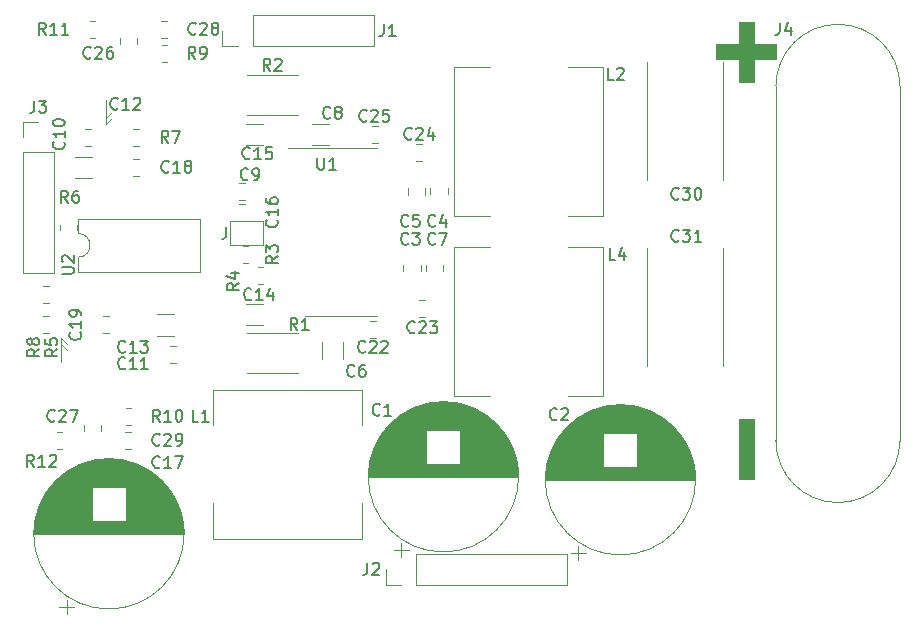
<source format=gbr>
%TF.GenerationSoftware,KiCad,Pcbnew,(5.1.9)-1*%
%TF.CreationDate,2021-11-06T22:46:36-05:00*%
%TF.ProjectId,Discrete_Channel,44697363-7265-4746-955f-4368616e6e65,rev?*%
%TF.SameCoordinates,Original*%
%TF.FileFunction,Legend,Top*%
%TF.FilePolarity,Positive*%
%FSLAX46Y46*%
G04 Gerber Fmt 4.6, Leading zero omitted, Abs format (unit mm)*
G04 Created by KiCad (PCBNEW (5.1.9)-1) date 2021-11-06 22:46:36*
%MOMM*%
%LPD*%
G01*
G04 APERTURE LIST*
%ADD10C,0.100000*%
%ADD11C,0.120000*%
%ADD12C,0.150000*%
G04 APERTURE END LIST*
D10*
G36*
X184785000Y-119380000D02*
G01*
X183515000Y-119380000D01*
X183515000Y-114300000D01*
X184785000Y-114300000D01*
X184785000Y-119380000D01*
G37*
X184785000Y-119380000D02*
X183515000Y-119380000D01*
X183515000Y-114300000D01*
X184785000Y-114300000D01*
X184785000Y-119380000D01*
G36*
X186690000Y-83820000D02*
G01*
X181610000Y-83820000D01*
X181610000Y-82550000D01*
X186690000Y-82550000D01*
X186690000Y-83820000D01*
G37*
X186690000Y-83820000D02*
X181610000Y-83820000D01*
X181610000Y-82550000D01*
X186690000Y-82550000D01*
X186690000Y-83820000D01*
G36*
X184785000Y-85725000D02*
G01*
X183515000Y-85725000D01*
X183515000Y-80645000D01*
X184785000Y-80645000D01*
X184785000Y-85725000D01*
G37*
X184785000Y-85725000D02*
X183515000Y-85725000D01*
X183515000Y-80645000D01*
X184785000Y-80645000D01*
X184785000Y-85725000D01*
D11*
X126111000Y-107442000D02*
X126619000Y-107950000D01*
X126111000Y-107950000D02*
X126619000Y-108458000D01*
X129921000Y-89281000D02*
X130429000Y-88773000D01*
X129921000Y-89281000D02*
X129921000Y-87249000D01*
X130429000Y-88265000D02*
X129921000Y-88773000D01*
X126111000Y-107442000D02*
X126111000Y-109474000D01*
%TO.C,C9*%
X141739252Y-95731000D02*
X141216748Y-95731000D01*
X141739252Y-94261000D02*
X141216748Y-94261000D01*
%TO.C,C1*%
X164866000Y-119166000D02*
G75*
G03*
X164866000Y-119166000I-6370000J0D01*
G01*
X152166000Y-119166000D02*
X164826000Y-119166000D01*
X152166000Y-119126000D02*
X164826000Y-119126000D01*
X152166000Y-119086000D02*
X164826000Y-119086000D01*
X152167000Y-119046000D02*
X164825000Y-119046000D01*
X152168000Y-119006000D02*
X164824000Y-119006000D01*
X152169000Y-118966000D02*
X164823000Y-118966000D01*
X152170000Y-118926000D02*
X164822000Y-118926000D01*
X152172000Y-118886000D02*
X164820000Y-118886000D01*
X152174000Y-118846000D02*
X164818000Y-118846000D01*
X152176000Y-118806000D02*
X164816000Y-118806000D01*
X152178000Y-118766000D02*
X164814000Y-118766000D01*
X152181000Y-118726000D02*
X164811000Y-118726000D01*
X152184000Y-118686000D02*
X164808000Y-118686000D01*
X152187000Y-118646000D02*
X164805000Y-118646000D01*
X152190000Y-118606000D02*
X164802000Y-118606000D01*
X152194000Y-118566000D02*
X164798000Y-118566000D01*
X152198000Y-118526000D02*
X164794000Y-118526000D01*
X152202000Y-118486000D02*
X164790000Y-118486000D01*
X152206000Y-118445000D02*
X164786000Y-118445000D01*
X152211000Y-118405000D02*
X164781000Y-118405000D01*
X152216000Y-118365000D02*
X164776000Y-118365000D01*
X152221000Y-118325000D02*
X164771000Y-118325000D01*
X152227000Y-118285000D02*
X164765000Y-118285000D01*
X152232000Y-118245000D02*
X164760000Y-118245000D01*
X152238000Y-118205000D02*
X164754000Y-118205000D01*
X152244000Y-118165000D02*
X164748000Y-118165000D01*
X152251000Y-118125000D02*
X164741000Y-118125000D01*
X152258000Y-118085000D02*
X157056000Y-118085000D01*
X159936000Y-118085000D02*
X164734000Y-118085000D01*
X152265000Y-118045000D02*
X157056000Y-118045000D01*
X159936000Y-118045000D02*
X164727000Y-118045000D01*
X152272000Y-118005000D02*
X157056000Y-118005000D01*
X159936000Y-118005000D02*
X164720000Y-118005000D01*
X152280000Y-117965000D02*
X157056000Y-117965000D01*
X159936000Y-117965000D02*
X164712000Y-117965000D01*
X152287000Y-117925000D02*
X157056000Y-117925000D01*
X159936000Y-117925000D02*
X164705000Y-117925000D01*
X152295000Y-117885000D02*
X157056000Y-117885000D01*
X159936000Y-117885000D02*
X164697000Y-117885000D01*
X152304000Y-117845000D02*
X157056000Y-117845000D01*
X159936000Y-117845000D02*
X164688000Y-117845000D01*
X152312000Y-117805000D02*
X157056000Y-117805000D01*
X159936000Y-117805000D02*
X164680000Y-117805000D01*
X152321000Y-117765000D02*
X157056000Y-117765000D01*
X159936000Y-117765000D02*
X164671000Y-117765000D01*
X152330000Y-117725000D02*
X157056000Y-117725000D01*
X159936000Y-117725000D02*
X164662000Y-117725000D01*
X152340000Y-117685000D02*
X157056000Y-117685000D01*
X159936000Y-117685000D02*
X164652000Y-117685000D01*
X152350000Y-117645000D02*
X157056000Y-117645000D01*
X159936000Y-117645000D02*
X164642000Y-117645000D01*
X152359000Y-117605000D02*
X157056000Y-117605000D01*
X159936000Y-117605000D02*
X164633000Y-117605000D01*
X152370000Y-117565000D02*
X157056000Y-117565000D01*
X159936000Y-117565000D02*
X164622000Y-117565000D01*
X152380000Y-117525000D02*
X157056000Y-117525000D01*
X159936000Y-117525000D02*
X164612000Y-117525000D01*
X152391000Y-117485000D02*
X157056000Y-117485000D01*
X159936000Y-117485000D02*
X164601000Y-117485000D01*
X152402000Y-117445000D02*
X157056000Y-117445000D01*
X159936000Y-117445000D02*
X164590000Y-117445000D01*
X152413000Y-117405000D02*
X157056000Y-117405000D01*
X159936000Y-117405000D02*
X164579000Y-117405000D01*
X152425000Y-117365000D02*
X157056000Y-117365000D01*
X159936000Y-117365000D02*
X164567000Y-117365000D01*
X152437000Y-117325000D02*
X157056000Y-117325000D01*
X159936000Y-117325000D02*
X164555000Y-117325000D01*
X152449000Y-117285000D02*
X157056000Y-117285000D01*
X159936000Y-117285000D02*
X164543000Y-117285000D01*
X152462000Y-117245000D02*
X157056000Y-117245000D01*
X159936000Y-117245000D02*
X164530000Y-117245000D01*
X152475000Y-117205000D02*
X157056000Y-117205000D01*
X159936000Y-117205000D02*
X164517000Y-117205000D01*
X152488000Y-117165000D02*
X157056000Y-117165000D01*
X159936000Y-117165000D02*
X164504000Y-117165000D01*
X152501000Y-117125000D02*
X157056000Y-117125000D01*
X159936000Y-117125000D02*
X164491000Y-117125000D01*
X152515000Y-117085000D02*
X157056000Y-117085000D01*
X159936000Y-117085000D02*
X164477000Y-117085000D01*
X152529000Y-117045000D02*
X157056000Y-117045000D01*
X159936000Y-117045000D02*
X164463000Y-117045000D01*
X152543000Y-117005000D02*
X157056000Y-117005000D01*
X159936000Y-117005000D02*
X164449000Y-117005000D01*
X152557000Y-116965000D02*
X157056000Y-116965000D01*
X159936000Y-116965000D02*
X164435000Y-116965000D01*
X152572000Y-116925000D02*
X157056000Y-116925000D01*
X159936000Y-116925000D02*
X164420000Y-116925000D01*
X152588000Y-116885000D02*
X157056000Y-116885000D01*
X159936000Y-116885000D02*
X164404000Y-116885000D01*
X152603000Y-116845000D02*
X157056000Y-116845000D01*
X159936000Y-116845000D02*
X164389000Y-116845000D01*
X152619000Y-116805000D02*
X157056000Y-116805000D01*
X159936000Y-116805000D02*
X164373000Y-116805000D01*
X152635000Y-116765000D02*
X157056000Y-116765000D01*
X159936000Y-116765000D02*
X164357000Y-116765000D01*
X152651000Y-116725000D02*
X157056000Y-116725000D01*
X159936000Y-116725000D02*
X164341000Y-116725000D01*
X152668000Y-116685000D02*
X157056000Y-116685000D01*
X159936000Y-116685000D02*
X164324000Y-116685000D01*
X152685000Y-116645000D02*
X157056000Y-116645000D01*
X159936000Y-116645000D02*
X164307000Y-116645000D01*
X152703000Y-116605000D02*
X157056000Y-116605000D01*
X159936000Y-116605000D02*
X164289000Y-116605000D01*
X152720000Y-116565000D02*
X157056000Y-116565000D01*
X159936000Y-116565000D02*
X164272000Y-116565000D01*
X152738000Y-116525000D02*
X157056000Y-116525000D01*
X159936000Y-116525000D02*
X164254000Y-116525000D01*
X152757000Y-116485000D02*
X157056000Y-116485000D01*
X159936000Y-116485000D02*
X164235000Y-116485000D01*
X152775000Y-116445000D02*
X157056000Y-116445000D01*
X159936000Y-116445000D02*
X164217000Y-116445000D01*
X152794000Y-116405000D02*
X157056000Y-116405000D01*
X159936000Y-116405000D02*
X164198000Y-116405000D01*
X152814000Y-116365000D02*
X157056000Y-116365000D01*
X159936000Y-116365000D02*
X164178000Y-116365000D01*
X152834000Y-116325000D02*
X157056000Y-116325000D01*
X159936000Y-116325000D02*
X164158000Y-116325000D01*
X152854000Y-116285000D02*
X157056000Y-116285000D01*
X159936000Y-116285000D02*
X164138000Y-116285000D01*
X152874000Y-116245000D02*
X157056000Y-116245000D01*
X159936000Y-116245000D02*
X164118000Y-116245000D01*
X152895000Y-116205000D02*
X157056000Y-116205000D01*
X159936000Y-116205000D02*
X164097000Y-116205000D01*
X152916000Y-116165000D02*
X157056000Y-116165000D01*
X159936000Y-116165000D02*
X164076000Y-116165000D01*
X152938000Y-116125000D02*
X157056000Y-116125000D01*
X159936000Y-116125000D02*
X164054000Y-116125000D01*
X152960000Y-116085000D02*
X157056000Y-116085000D01*
X159936000Y-116085000D02*
X164032000Y-116085000D01*
X152982000Y-116045000D02*
X157056000Y-116045000D01*
X159936000Y-116045000D02*
X164010000Y-116045000D01*
X153005000Y-116005000D02*
X157056000Y-116005000D01*
X159936000Y-116005000D02*
X163987000Y-116005000D01*
X153028000Y-115965000D02*
X157056000Y-115965000D01*
X159936000Y-115965000D02*
X163964000Y-115965000D01*
X153051000Y-115925000D02*
X157056000Y-115925000D01*
X159936000Y-115925000D02*
X163941000Y-115925000D01*
X153075000Y-115885000D02*
X157056000Y-115885000D01*
X159936000Y-115885000D02*
X163917000Y-115885000D01*
X153099000Y-115845000D02*
X157056000Y-115845000D01*
X159936000Y-115845000D02*
X163893000Y-115845000D01*
X153124000Y-115805000D02*
X157056000Y-115805000D01*
X159936000Y-115805000D02*
X163868000Y-115805000D01*
X153149000Y-115765000D02*
X157056000Y-115765000D01*
X159936000Y-115765000D02*
X163843000Y-115765000D01*
X153174000Y-115725000D02*
X157056000Y-115725000D01*
X159936000Y-115725000D02*
X163818000Y-115725000D01*
X153200000Y-115685000D02*
X157056000Y-115685000D01*
X159936000Y-115685000D02*
X163792000Y-115685000D01*
X153226000Y-115645000D02*
X157056000Y-115645000D01*
X159936000Y-115645000D02*
X163766000Y-115645000D01*
X153253000Y-115605000D02*
X157056000Y-115605000D01*
X159936000Y-115605000D02*
X163739000Y-115605000D01*
X153280000Y-115565000D02*
X157056000Y-115565000D01*
X159936000Y-115565000D02*
X163712000Y-115565000D01*
X153308000Y-115525000D02*
X157056000Y-115525000D01*
X159936000Y-115525000D02*
X163684000Y-115525000D01*
X153336000Y-115485000D02*
X157056000Y-115485000D01*
X159936000Y-115485000D02*
X163656000Y-115485000D01*
X153365000Y-115445000D02*
X157056000Y-115445000D01*
X159936000Y-115445000D02*
X163627000Y-115445000D01*
X153394000Y-115405000D02*
X157056000Y-115405000D01*
X159936000Y-115405000D02*
X163598000Y-115405000D01*
X153423000Y-115365000D02*
X157056000Y-115365000D01*
X159936000Y-115365000D02*
X163569000Y-115365000D01*
X153453000Y-115325000D02*
X157056000Y-115325000D01*
X159936000Y-115325000D02*
X163539000Y-115325000D01*
X153484000Y-115285000D02*
X157056000Y-115285000D01*
X159936000Y-115285000D02*
X163508000Y-115285000D01*
X153514000Y-115245000D02*
X157056000Y-115245000D01*
X159936000Y-115245000D02*
X163478000Y-115245000D01*
X153546000Y-115205000D02*
X163446000Y-115205000D01*
X153578000Y-115165000D02*
X163414000Y-115165000D01*
X153611000Y-115125000D02*
X163381000Y-115125000D01*
X153644000Y-115085000D02*
X163348000Y-115085000D01*
X153677000Y-115045000D02*
X163315000Y-115045000D01*
X153711000Y-115005000D02*
X163281000Y-115005000D01*
X153746000Y-114965000D02*
X163246000Y-114965000D01*
X153782000Y-114925000D02*
X163210000Y-114925000D01*
X153818000Y-114885000D02*
X163174000Y-114885000D01*
X153854000Y-114845000D02*
X163138000Y-114845000D01*
X153891000Y-114805000D02*
X163101000Y-114805000D01*
X153929000Y-114765000D02*
X163063000Y-114765000D01*
X153968000Y-114725000D02*
X163024000Y-114725000D01*
X154007000Y-114685000D02*
X162985000Y-114685000D01*
X154047000Y-114645000D02*
X162945000Y-114645000D01*
X154088000Y-114605000D02*
X162904000Y-114605000D01*
X154129000Y-114565000D02*
X162863000Y-114565000D01*
X154171000Y-114525000D02*
X162821000Y-114525000D01*
X154214000Y-114485000D02*
X162778000Y-114485000D01*
X154258000Y-114445000D02*
X162734000Y-114445000D01*
X154302000Y-114405000D02*
X162690000Y-114405000D01*
X154348000Y-114365000D02*
X162644000Y-114365000D01*
X154394000Y-114325000D02*
X162598000Y-114325000D01*
X154441000Y-114285000D02*
X162551000Y-114285000D01*
X154489000Y-114245000D02*
X162503000Y-114245000D01*
X154539000Y-114205000D02*
X162453000Y-114205000D01*
X154589000Y-114165000D02*
X162403000Y-114165000D01*
X154640000Y-114125000D02*
X162352000Y-114125000D01*
X154692000Y-114085000D02*
X162300000Y-114085000D01*
X154746000Y-114045000D02*
X162246000Y-114045000D01*
X154800000Y-114005000D02*
X162192000Y-114005000D01*
X154856000Y-113965000D02*
X162136000Y-113965000D01*
X154913000Y-113925000D02*
X162079000Y-113925000D01*
X154972000Y-113885000D02*
X162020000Y-113885000D01*
X155032000Y-113845000D02*
X161960000Y-113845000D01*
X155094000Y-113805000D02*
X161898000Y-113805000D01*
X155157000Y-113765000D02*
X161835000Y-113765000D01*
X155221000Y-113725000D02*
X161771000Y-113725000D01*
X155288000Y-113685000D02*
X161704000Y-113685000D01*
X155356000Y-113645000D02*
X161636000Y-113645000D01*
X155427000Y-113605000D02*
X161565000Y-113605000D01*
X155500000Y-113565000D02*
X161492000Y-113565000D01*
X155575000Y-113525000D02*
X161417000Y-113525000D01*
X155652000Y-113485000D02*
X161340000Y-113485000D01*
X155732000Y-113445000D02*
X161260000Y-113445000D01*
X155815000Y-113405000D02*
X161177000Y-113405000D01*
X155902000Y-113365000D02*
X161090000Y-113365000D01*
X155992000Y-113325000D02*
X161000000Y-113325000D01*
X156086000Y-113285000D02*
X160906000Y-113285000D01*
X156184000Y-113245000D02*
X160808000Y-113245000D01*
X156287000Y-113205000D02*
X160705000Y-113205000D01*
X156396000Y-113165000D02*
X160596000Y-113165000D01*
X156512000Y-113125000D02*
X160480000Y-113125000D01*
X156635000Y-113085000D02*
X160357000Y-113085000D01*
X156768000Y-113045000D02*
X160224000Y-113045000D01*
X156913000Y-113005000D02*
X160079000Y-113005000D01*
X157074000Y-112965000D02*
X159918000Y-112965000D01*
X157255000Y-112925000D02*
X159737000Y-112925000D01*
X157468000Y-112885000D02*
X159524000Y-112885000D01*
X157739000Y-112845000D02*
X159253000Y-112845000D01*
X158179000Y-112805000D02*
X158813000Y-112805000D01*
X154921000Y-125983082D02*
X154921000Y-124733082D01*
X154296000Y-125358082D02*
X155546000Y-125358082D01*
%TO.C,C31*%
X175716000Y-99758000D02*
X175716000Y-109791000D01*
X182193000Y-109791000D02*
X182193000Y-99758000D01*
%TO.C,C30*%
X175716000Y-84010000D02*
X175716000Y-94043000D01*
X182193000Y-94043000D02*
X182193000Y-84010000D01*
%TO.C,C2*%
X169282000Y-125612082D02*
X170532000Y-125612082D01*
X169907000Y-126237082D02*
X169907000Y-124987082D01*
X173165000Y-113059000D02*
X173799000Y-113059000D01*
X172725000Y-113099000D02*
X174239000Y-113099000D01*
X172454000Y-113139000D02*
X174510000Y-113139000D01*
X172241000Y-113179000D02*
X174723000Y-113179000D01*
X172060000Y-113219000D02*
X174904000Y-113219000D01*
X171899000Y-113259000D02*
X175065000Y-113259000D01*
X171754000Y-113299000D02*
X175210000Y-113299000D01*
X171621000Y-113339000D02*
X175343000Y-113339000D01*
X171498000Y-113379000D02*
X175466000Y-113379000D01*
X171382000Y-113419000D02*
X175582000Y-113419000D01*
X171273000Y-113459000D02*
X175691000Y-113459000D01*
X171170000Y-113499000D02*
X175794000Y-113499000D01*
X171072000Y-113539000D02*
X175892000Y-113539000D01*
X170978000Y-113579000D02*
X175986000Y-113579000D01*
X170888000Y-113619000D02*
X176076000Y-113619000D01*
X170801000Y-113659000D02*
X176163000Y-113659000D01*
X170718000Y-113699000D02*
X176246000Y-113699000D01*
X170638000Y-113739000D02*
X176326000Y-113739000D01*
X170561000Y-113779000D02*
X176403000Y-113779000D01*
X170486000Y-113819000D02*
X176478000Y-113819000D01*
X170413000Y-113859000D02*
X176551000Y-113859000D01*
X170342000Y-113899000D02*
X176622000Y-113899000D01*
X170274000Y-113939000D02*
X176690000Y-113939000D01*
X170207000Y-113979000D02*
X176757000Y-113979000D01*
X170143000Y-114019000D02*
X176821000Y-114019000D01*
X170080000Y-114059000D02*
X176884000Y-114059000D01*
X170018000Y-114099000D02*
X176946000Y-114099000D01*
X169958000Y-114139000D02*
X177006000Y-114139000D01*
X169899000Y-114179000D02*
X177065000Y-114179000D01*
X169842000Y-114219000D02*
X177122000Y-114219000D01*
X169786000Y-114259000D02*
X177178000Y-114259000D01*
X169732000Y-114299000D02*
X177232000Y-114299000D01*
X169678000Y-114339000D02*
X177286000Y-114339000D01*
X169626000Y-114379000D02*
X177338000Y-114379000D01*
X169575000Y-114419000D02*
X177389000Y-114419000D01*
X169525000Y-114459000D02*
X177439000Y-114459000D01*
X169475000Y-114499000D02*
X177489000Y-114499000D01*
X169427000Y-114539000D02*
X177537000Y-114539000D01*
X169380000Y-114579000D02*
X177584000Y-114579000D01*
X169334000Y-114619000D02*
X177630000Y-114619000D01*
X169288000Y-114659000D02*
X177676000Y-114659000D01*
X169244000Y-114699000D02*
X177720000Y-114699000D01*
X169200000Y-114739000D02*
X177764000Y-114739000D01*
X169157000Y-114779000D02*
X177807000Y-114779000D01*
X169115000Y-114819000D02*
X177849000Y-114819000D01*
X169074000Y-114859000D02*
X177890000Y-114859000D01*
X169033000Y-114899000D02*
X177931000Y-114899000D01*
X168993000Y-114939000D02*
X177971000Y-114939000D01*
X168954000Y-114979000D02*
X178010000Y-114979000D01*
X168915000Y-115019000D02*
X178049000Y-115019000D01*
X168877000Y-115059000D02*
X178087000Y-115059000D01*
X168840000Y-115099000D02*
X178124000Y-115099000D01*
X168804000Y-115139000D02*
X178160000Y-115139000D01*
X168768000Y-115179000D02*
X178196000Y-115179000D01*
X168732000Y-115219000D02*
X178232000Y-115219000D01*
X168697000Y-115259000D02*
X178267000Y-115259000D01*
X168663000Y-115299000D02*
X178301000Y-115299000D01*
X168630000Y-115339000D02*
X178334000Y-115339000D01*
X168597000Y-115379000D02*
X178367000Y-115379000D01*
X168564000Y-115419000D02*
X178400000Y-115419000D01*
X168532000Y-115459000D02*
X178432000Y-115459000D01*
X174922000Y-115499000D02*
X178464000Y-115499000D01*
X168500000Y-115499000D02*
X172042000Y-115499000D01*
X174922000Y-115539000D02*
X178494000Y-115539000D01*
X168470000Y-115539000D02*
X172042000Y-115539000D01*
X174922000Y-115579000D02*
X178525000Y-115579000D01*
X168439000Y-115579000D02*
X172042000Y-115579000D01*
X174922000Y-115619000D02*
X178555000Y-115619000D01*
X168409000Y-115619000D02*
X172042000Y-115619000D01*
X174922000Y-115659000D02*
X178584000Y-115659000D01*
X168380000Y-115659000D02*
X172042000Y-115659000D01*
X174922000Y-115699000D02*
X178613000Y-115699000D01*
X168351000Y-115699000D02*
X172042000Y-115699000D01*
X174922000Y-115739000D02*
X178642000Y-115739000D01*
X168322000Y-115739000D02*
X172042000Y-115739000D01*
X174922000Y-115779000D02*
X178670000Y-115779000D01*
X168294000Y-115779000D02*
X172042000Y-115779000D01*
X174922000Y-115819000D02*
X178698000Y-115819000D01*
X168266000Y-115819000D02*
X172042000Y-115819000D01*
X174922000Y-115859000D02*
X178725000Y-115859000D01*
X168239000Y-115859000D02*
X172042000Y-115859000D01*
X174922000Y-115899000D02*
X178752000Y-115899000D01*
X168212000Y-115899000D02*
X172042000Y-115899000D01*
X174922000Y-115939000D02*
X178778000Y-115939000D01*
X168186000Y-115939000D02*
X172042000Y-115939000D01*
X174922000Y-115979000D02*
X178804000Y-115979000D01*
X168160000Y-115979000D02*
X172042000Y-115979000D01*
X174922000Y-116019000D02*
X178829000Y-116019000D01*
X168135000Y-116019000D02*
X172042000Y-116019000D01*
X174922000Y-116059000D02*
X178854000Y-116059000D01*
X168110000Y-116059000D02*
X172042000Y-116059000D01*
X174922000Y-116099000D02*
X178879000Y-116099000D01*
X168085000Y-116099000D02*
X172042000Y-116099000D01*
X174922000Y-116139000D02*
X178903000Y-116139000D01*
X168061000Y-116139000D02*
X172042000Y-116139000D01*
X174922000Y-116179000D02*
X178927000Y-116179000D01*
X168037000Y-116179000D02*
X172042000Y-116179000D01*
X174922000Y-116219000D02*
X178950000Y-116219000D01*
X168014000Y-116219000D02*
X172042000Y-116219000D01*
X174922000Y-116259000D02*
X178973000Y-116259000D01*
X167991000Y-116259000D02*
X172042000Y-116259000D01*
X174922000Y-116299000D02*
X178996000Y-116299000D01*
X167968000Y-116299000D02*
X172042000Y-116299000D01*
X174922000Y-116339000D02*
X179018000Y-116339000D01*
X167946000Y-116339000D02*
X172042000Y-116339000D01*
X174922000Y-116379000D02*
X179040000Y-116379000D01*
X167924000Y-116379000D02*
X172042000Y-116379000D01*
X174922000Y-116419000D02*
X179062000Y-116419000D01*
X167902000Y-116419000D02*
X172042000Y-116419000D01*
X174922000Y-116459000D02*
X179083000Y-116459000D01*
X167881000Y-116459000D02*
X172042000Y-116459000D01*
X174922000Y-116499000D02*
X179104000Y-116499000D01*
X167860000Y-116499000D02*
X172042000Y-116499000D01*
X174922000Y-116539000D02*
X179124000Y-116539000D01*
X167840000Y-116539000D02*
X172042000Y-116539000D01*
X174922000Y-116579000D02*
X179144000Y-116579000D01*
X167820000Y-116579000D02*
X172042000Y-116579000D01*
X174922000Y-116619000D02*
X179164000Y-116619000D01*
X167800000Y-116619000D02*
X172042000Y-116619000D01*
X174922000Y-116659000D02*
X179184000Y-116659000D01*
X167780000Y-116659000D02*
X172042000Y-116659000D01*
X174922000Y-116699000D02*
X179203000Y-116699000D01*
X167761000Y-116699000D02*
X172042000Y-116699000D01*
X174922000Y-116739000D02*
X179221000Y-116739000D01*
X167743000Y-116739000D02*
X172042000Y-116739000D01*
X174922000Y-116779000D02*
X179240000Y-116779000D01*
X167724000Y-116779000D02*
X172042000Y-116779000D01*
X174922000Y-116819000D02*
X179258000Y-116819000D01*
X167706000Y-116819000D02*
X172042000Y-116819000D01*
X174922000Y-116859000D02*
X179275000Y-116859000D01*
X167689000Y-116859000D02*
X172042000Y-116859000D01*
X174922000Y-116899000D02*
X179293000Y-116899000D01*
X167671000Y-116899000D02*
X172042000Y-116899000D01*
X174922000Y-116939000D02*
X179310000Y-116939000D01*
X167654000Y-116939000D02*
X172042000Y-116939000D01*
X174922000Y-116979000D02*
X179327000Y-116979000D01*
X167637000Y-116979000D02*
X172042000Y-116979000D01*
X174922000Y-117019000D02*
X179343000Y-117019000D01*
X167621000Y-117019000D02*
X172042000Y-117019000D01*
X174922000Y-117059000D02*
X179359000Y-117059000D01*
X167605000Y-117059000D02*
X172042000Y-117059000D01*
X174922000Y-117099000D02*
X179375000Y-117099000D01*
X167589000Y-117099000D02*
X172042000Y-117099000D01*
X174922000Y-117139000D02*
X179390000Y-117139000D01*
X167574000Y-117139000D02*
X172042000Y-117139000D01*
X174922000Y-117179000D02*
X179406000Y-117179000D01*
X167558000Y-117179000D02*
X172042000Y-117179000D01*
X174922000Y-117219000D02*
X179421000Y-117219000D01*
X167543000Y-117219000D02*
X172042000Y-117219000D01*
X174922000Y-117259000D02*
X179435000Y-117259000D01*
X167529000Y-117259000D02*
X172042000Y-117259000D01*
X174922000Y-117299000D02*
X179449000Y-117299000D01*
X167515000Y-117299000D02*
X172042000Y-117299000D01*
X174922000Y-117339000D02*
X179463000Y-117339000D01*
X167501000Y-117339000D02*
X172042000Y-117339000D01*
X174922000Y-117379000D02*
X179477000Y-117379000D01*
X167487000Y-117379000D02*
X172042000Y-117379000D01*
X174922000Y-117419000D02*
X179490000Y-117419000D01*
X167474000Y-117419000D02*
X172042000Y-117419000D01*
X174922000Y-117459000D02*
X179503000Y-117459000D01*
X167461000Y-117459000D02*
X172042000Y-117459000D01*
X174922000Y-117499000D02*
X179516000Y-117499000D01*
X167448000Y-117499000D02*
X172042000Y-117499000D01*
X174922000Y-117539000D02*
X179529000Y-117539000D01*
X167435000Y-117539000D02*
X172042000Y-117539000D01*
X174922000Y-117579000D02*
X179541000Y-117579000D01*
X167423000Y-117579000D02*
X172042000Y-117579000D01*
X174922000Y-117619000D02*
X179553000Y-117619000D01*
X167411000Y-117619000D02*
X172042000Y-117619000D01*
X174922000Y-117659000D02*
X179565000Y-117659000D01*
X167399000Y-117659000D02*
X172042000Y-117659000D01*
X174922000Y-117699000D02*
X179576000Y-117699000D01*
X167388000Y-117699000D02*
X172042000Y-117699000D01*
X174922000Y-117739000D02*
X179587000Y-117739000D01*
X167377000Y-117739000D02*
X172042000Y-117739000D01*
X174922000Y-117779000D02*
X179598000Y-117779000D01*
X167366000Y-117779000D02*
X172042000Y-117779000D01*
X174922000Y-117819000D02*
X179608000Y-117819000D01*
X167356000Y-117819000D02*
X172042000Y-117819000D01*
X174922000Y-117859000D02*
X179619000Y-117859000D01*
X167345000Y-117859000D02*
X172042000Y-117859000D01*
X174922000Y-117899000D02*
X179628000Y-117899000D01*
X167336000Y-117899000D02*
X172042000Y-117899000D01*
X174922000Y-117939000D02*
X179638000Y-117939000D01*
X167326000Y-117939000D02*
X172042000Y-117939000D01*
X174922000Y-117979000D02*
X179648000Y-117979000D01*
X167316000Y-117979000D02*
X172042000Y-117979000D01*
X174922000Y-118019000D02*
X179657000Y-118019000D01*
X167307000Y-118019000D02*
X172042000Y-118019000D01*
X174922000Y-118059000D02*
X179666000Y-118059000D01*
X167298000Y-118059000D02*
X172042000Y-118059000D01*
X174922000Y-118099000D02*
X179674000Y-118099000D01*
X167290000Y-118099000D02*
X172042000Y-118099000D01*
X174922000Y-118139000D02*
X179683000Y-118139000D01*
X167281000Y-118139000D02*
X172042000Y-118139000D01*
X174922000Y-118179000D02*
X179691000Y-118179000D01*
X167273000Y-118179000D02*
X172042000Y-118179000D01*
X174922000Y-118219000D02*
X179698000Y-118219000D01*
X167266000Y-118219000D02*
X172042000Y-118219000D01*
X174922000Y-118259000D02*
X179706000Y-118259000D01*
X167258000Y-118259000D02*
X172042000Y-118259000D01*
X174922000Y-118299000D02*
X179713000Y-118299000D01*
X167251000Y-118299000D02*
X172042000Y-118299000D01*
X174922000Y-118339000D02*
X179720000Y-118339000D01*
X167244000Y-118339000D02*
X172042000Y-118339000D01*
X167237000Y-118379000D02*
X179727000Y-118379000D01*
X167230000Y-118419000D02*
X179734000Y-118419000D01*
X167224000Y-118459000D02*
X179740000Y-118459000D01*
X167218000Y-118499000D02*
X179746000Y-118499000D01*
X167213000Y-118539000D02*
X179751000Y-118539000D01*
X167207000Y-118579000D02*
X179757000Y-118579000D01*
X167202000Y-118619000D02*
X179762000Y-118619000D01*
X167197000Y-118659000D02*
X179767000Y-118659000D01*
X167192000Y-118699000D02*
X179772000Y-118699000D01*
X167188000Y-118740000D02*
X179776000Y-118740000D01*
X167184000Y-118780000D02*
X179780000Y-118780000D01*
X167180000Y-118820000D02*
X179784000Y-118820000D01*
X167176000Y-118860000D02*
X179788000Y-118860000D01*
X167173000Y-118900000D02*
X179791000Y-118900000D01*
X167170000Y-118940000D02*
X179794000Y-118940000D01*
X167167000Y-118980000D02*
X179797000Y-118980000D01*
X167164000Y-119020000D02*
X179800000Y-119020000D01*
X167162000Y-119060000D02*
X179802000Y-119060000D01*
X167160000Y-119100000D02*
X179804000Y-119100000D01*
X167158000Y-119140000D02*
X179806000Y-119140000D01*
X167156000Y-119180000D02*
X179808000Y-119180000D01*
X167155000Y-119220000D02*
X179809000Y-119220000D01*
X167154000Y-119260000D02*
X179810000Y-119260000D01*
X167153000Y-119300000D02*
X179811000Y-119300000D01*
X167152000Y-119340000D02*
X179812000Y-119340000D01*
X167152000Y-119380000D02*
X179812000Y-119380000D01*
X167152000Y-119420000D02*
X179812000Y-119420000D01*
X179852000Y-119420000D02*
G75*
G03*
X179852000Y-119420000I-6370000J0D01*
G01*
%TO.C,C3*%
X155094000Y-101233248D02*
X155094000Y-101755752D01*
X156564000Y-101233248D02*
X156564000Y-101755752D01*
%TO.C,C4*%
X157380000Y-95257252D02*
X157380000Y-94734748D01*
X158850000Y-95257252D02*
X158850000Y-94734748D01*
%TO.C,C5*%
X156945000Y-95278752D02*
X156945000Y-94756248D01*
X155475000Y-95278752D02*
X155475000Y-94756248D01*
%TO.C,C6*%
X150008000Y-109169252D02*
X150008000Y-107746748D01*
X148188000Y-109169252D02*
X148188000Y-107746748D01*
%TO.C,C7*%
X158469000Y-101233248D02*
X158469000Y-101755752D01*
X156999000Y-101233248D02*
X156999000Y-101755752D01*
%TO.C,C8*%
X148793252Y-91080000D02*
X147370748Y-91080000D01*
X148793252Y-89260000D02*
X147370748Y-89260000D01*
%TO.C,C10*%
X128679752Y-89689000D02*
X128157248Y-89689000D01*
X128679752Y-91159000D02*
X128157248Y-91159000D01*
%TO.C,C11*%
X135374748Y-108104000D02*
X135897252Y-108104000D01*
X135374748Y-109574000D02*
X135897252Y-109574000D01*
%TO.C,C12*%
X128727252Y-93874000D02*
X127304748Y-93874000D01*
X128727252Y-92054000D02*
X127304748Y-92054000D01*
%TO.C,C13*%
X134289748Y-107209000D02*
X135712252Y-107209000D01*
X134289748Y-105389000D02*
X135712252Y-105389000D01*
%TO.C,C14*%
X141782748Y-104500000D02*
X143205252Y-104500000D01*
X141782748Y-106320000D02*
X143205252Y-106320000D01*
%TO.C,C15*%
X141782748Y-91080000D02*
X143205252Y-91080000D01*
X141782748Y-89260000D02*
X143205252Y-89260000D01*
%TO.C,C16*%
X141216748Y-97509000D02*
X141739252Y-97509000D01*
X141216748Y-96039000D02*
X141739252Y-96039000D01*
%TO.C,C17*%
X136545000Y-123992000D02*
G75*
G03*
X136545000Y-123992000I-6370000J0D01*
G01*
X123845000Y-123992000D02*
X136505000Y-123992000D01*
X123845000Y-123952000D02*
X136505000Y-123952000D01*
X123845000Y-123912000D02*
X136505000Y-123912000D01*
X123846000Y-123872000D02*
X136504000Y-123872000D01*
X123847000Y-123832000D02*
X136503000Y-123832000D01*
X123848000Y-123792000D02*
X136502000Y-123792000D01*
X123849000Y-123752000D02*
X136501000Y-123752000D01*
X123851000Y-123712000D02*
X136499000Y-123712000D01*
X123853000Y-123672000D02*
X136497000Y-123672000D01*
X123855000Y-123632000D02*
X136495000Y-123632000D01*
X123857000Y-123592000D02*
X136493000Y-123592000D01*
X123860000Y-123552000D02*
X136490000Y-123552000D01*
X123863000Y-123512000D02*
X136487000Y-123512000D01*
X123866000Y-123472000D02*
X136484000Y-123472000D01*
X123869000Y-123432000D02*
X136481000Y-123432000D01*
X123873000Y-123392000D02*
X136477000Y-123392000D01*
X123877000Y-123352000D02*
X136473000Y-123352000D01*
X123881000Y-123312000D02*
X136469000Y-123312000D01*
X123885000Y-123271000D02*
X136465000Y-123271000D01*
X123890000Y-123231000D02*
X136460000Y-123231000D01*
X123895000Y-123191000D02*
X136455000Y-123191000D01*
X123900000Y-123151000D02*
X136450000Y-123151000D01*
X123906000Y-123111000D02*
X136444000Y-123111000D01*
X123911000Y-123071000D02*
X136439000Y-123071000D01*
X123917000Y-123031000D02*
X136433000Y-123031000D01*
X123923000Y-122991000D02*
X136427000Y-122991000D01*
X123930000Y-122951000D02*
X136420000Y-122951000D01*
X123937000Y-122911000D02*
X128735000Y-122911000D01*
X131615000Y-122911000D02*
X136413000Y-122911000D01*
X123944000Y-122871000D02*
X128735000Y-122871000D01*
X131615000Y-122871000D02*
X136406000Y-122871000D01*
X123951000Y-122831000D02*
X128735000Y-122831000D01*
X131615000Y-122831000D02*
X136399000Y-122831000D01*
X123959000Y-122791000D02*
X128735000Y-122791000D01*
X131615000Y-122791000D02*
X136391000Y-122791000D01*
X123966000Y-122751000D02*
X128735000Y-122751000D01*
X131615000Y-122751000D02*
X136384000Y-122751000D01*
X123974000Y-122711000D02*
X128735000Y-122711000D01*
X131615000Y-122711000D02*
X136376000Y-122711000D01*
X123983000Y-122671000D02*
X128735000Y-122671000D01*
X131615000Y-122671000D02*
X136367000Y-122671000D01*
X123991000Y-122631000D02*
X128735000Y-122631000D01*
X131615000Y-122631000D02*
X136359000Y-122631000D01*
X124000000Y-122591000D02*
X128735000Y-122591000D01*
X131615000Y-122591000D02*
X136350000Y-122591000D01*
X124009000Y-122551000D02*
X128735000Y-122551000D01*
X131615000Y-122551000D02*
X136341000Y-122551000D01*
X124019000Y-122511000D02*
X128735000Y-122511000D01*
X131615000Y-122511000D02*
X136331000Y-122511000D01*
X124029000Y-122471000D02*
X128735000Y-122471000D01*
X131615000Y-122471000D02*
X136321000Y-122471000D01*
X124038000Y-122431000D02*
X128735000Y-122431000D01*
X131615000Y-122431000D02*
X136312000Y-122431000D01*
X124049000Y-122391000D02*
X128735000Y-122391000D01*
X131615000Y-122391000D02*
X136301000Y-122391000D01*
X124059000Y-122351000D02*
X128735000Y-122351000D01*
X131615000Y-122351000D02*
X136291000Y-122351000D01*
X124070000Y-122311000D02*
X128735000Y-122311000D01*
X131615000Y-122311000D02*
X136280000Y-122311000D01*
X124081000Y-122271000D02*
X128735000Y-122271000D01*
X131615000Y-122271000D02*
X136269000Y-122271000D01*
X124092000Y-122231000D02*
X128735000Y-122231000D01*
X131615000Y-122231000D02*
X136258000Y-122231000D01*
X124104000Y-122191000D02*
X128735000Y-122191000D01*
X131615000Y-122191000D02*
X136246000Y-122191000D01*
X124116000Y-122151000D02*
X128735000Y-122151000D01*
X131615000Y-122151000D02*
X136234000Y-122151000D01*
X124128000Y-122111000D02*
X128735000Y-122111000D01*
X131615000Y-122111000D02*
X136222000Y-122111000D01*
X124141000Y-122071000D02*
X128735000Y-122071000D01*
X131615000Y-122071000D02*
X136209000Y-122071000D01*
X124154000Y-122031000D02*
X128735000Y-122031000D01*
X131615000Y-122031000D02*
X136196000Y-122031000D01*
X124167000Y-121991000D02*
X128735000Y-121991000D01*
X131615000Y-121991000D02*
X136183000Y-121991000D01*
X124180000Y-121951000D02*
X128735000Y-121951000D01*
X131615000Y-121951000D02*
X136170000Y-121951000D01*
X124194000Y-121911000D02*
X128735000Y-121911000D01*
X131615000Y-121911000D02*
X136156000Y-121911000D01*
X124208000Y-121871000D02*
X128735000Y-121871000D01*
X131615000Y-121871000D02*
X136142000Y-121871000D01*
X124222000Y-121831000D02*
X128735000Y-121831000D01*
X131615000Y-121831000D02*
X136128000Y-121831000D01*
X124236000Y-121791000D02*
X128735000Y-121791000D01*
X131615000Y-121791000D02*
X136114000Y-121791000D01*
X124251000Y-121751000D02*
X128735000Y-121751000D01*
X131615000Y-121751000D02*
X136099000Y-121751000D01*
X124267000Y-121711000D02*
X128735000Y-121711000D01*
X131615000Y-121711000D02*
X136083000Y-121711000D01*
X124282000Y-121671000D02*
X128735000Y-121671000D01*
X131615000Y-121671000D02*
X136068000Y-121671000D01*
X124298000Y-121631000D02*
X128735000Y-121631000D01*
X131615000Y-121631000D02*
X136052000Y-121631000D01*
X124314000Y-121591000D02*
X128735000Y-121591000D01*
X131615000Y-121591000D02*
X136036000Y-121591000D01*
X124330000Y-121551000D02*
X128735000Y-121551000D01*
X131615000Y-121551000D02*
X136020000Y-121551000D01*
X124347000Y-121511000D02*
X128735000Y-121511000D01*
X131615000Y-121511000D02*
X136003000Y-121511000D01*
X124364000Y-121471000D02*
X128735000Y-121471000D01*
X131615000Y-121471000D02*
X135986000Y-121471000D01*
X124382000Y-121431000D02*
X128735000Y-121431000D01*
X131615000Y-121431000D02*
X135968000Y-121431000D01*
X124399000Y-121391000D02*
X128735000Y-121391000D01*
X131615000Y-121391000D02*
X135951000Y-121391000D01*
X124417000Y-121351000D02*
X128735000Y-121351000D01*
X131615000Y-121351000D02*
X135933000Y-121351000D01*
X124436000Y-121311000D02*
X128735000Y-121311000D01*
X131615000Y-121311000D02*
X135914000Y-121311000D01*
X124454000Y-121271000D02*
X128735000Y-121271000D01*
X131615000Y-121271000D02*
X135896000Y-121271000D01*
X124473000Y-121231000D02*
X128735000Y-121231000D01*
X131615000Y-121231000D02*
X135877000Y-121231000D01*
X124493000Y-121191000D02*
X128735000Y-121191000D01*
X131615000Y-121191000D02*
X135857000Y-121191000D01*
X124513000Y-121151000D02*
X128735000Y-121151000D01*
X131615000Y-121151000D02*
X135837000Y-121151000D01*
X124533000Y-121111000D02*
X128735000Y-121111000D01*
X131615000Y-121111000D02*
X135817000Y-121111000D01*
X124553000Y-121071000D02*
X128735000Y-121071000D01*
X131615000Y-121071000D02*
X135797000Y-121071000D01*
X124574000Y-121031000D02*
X128735000Y-121031000D01*
X131615000Y-121031000D02*
X135776000Y-121031000D01*
X124595000Y-120991000D02*
X128735000Y-120991000D01*
X131615000Y-120991000D02*
X135755000Y-120991000D01*
X124617000Y-120951000D02*
X128735000Y-120951000D01*
X131615000Y-120951000D02*
X135733000Y-120951000D01*
X124639000Y-120911000D02*
X128735000Y-120911000D01*
X131615000Y-120911000D02*
X135711000Y-120911000D01*
X124661000Y-120871000D02*
X128735000Y-120871000D01*
X131615000Y-120871000D02*
X135689000Y-120871000D01*
X124684000Y-120831000D02*
X128735000Y-120831000D01*
X131615000Y-120831000D02*
X135666000Y-120831000D01*
X124707000Y-120791000D02*
X128735000Y-120791000D01*
X131615000Y-120791000D02*
X135643000Y-120791000D01*
X124730000Y-120751000D02*
X128735000Y-120751000D01*
X131615000Y-120751000D02*
X135620000Y-120751000D01*
X124754000Y-120711000D02*
X128735000Y-120711000D01*
X131615000Y-120711000D02*
X135596000Y-120711000D01*
X124778000Y-120671000D02*
X128735000Y-120671000D01*
X131615000Y-120671000D02*
X135572000Y-120671000D01*
X124803000Y-120631000D02*
X128735000Y-120631000D01*
X131615000Y-120631000D02*
X135547000Y-120631000D01*
X124828000Y-120591000D02*
X128735000Y-120591000D01*
X131615000Y-120591000D02*
X135522000Y-120591000D01*
X124853000Y-120551000D02*
X128735000Y-120551000D01*
X131615000Y-120551000D02*
X135497000Y-120551000D01*
X124879000Y-120511000D02*
X128735000Y-120511000D01*
X131615000Y-120511000D02*
X135471000Y-120511000D01*
X124905000Y-120471000D02*
X128735000Y-120471000D01*
X131615000Y-120471000D02*
X135445000Y-120471000D01*
X124932000Y-120431000D02*
X128735000Y-120431000D01*
X131615000Y-120431000D02*
X135418000Y-120431000D01*
X124959000Y-120391000D02*
X128735000Y-120391000D01*
X131615000Y-120391000D02*
X135391000Y-120391000D01*
X124987000Y-120351000D02*
X128735000Y-120351000D01*
X131615000Y-120351000D02*
X135363000Y-120351000D01*
X125015000Y-120311000D02*
X128735000Y-120311000D01*
X131615000Y-120311000D02*
X135335000Y-120311000D01*
X125044000Y-120271000D02*
X128735000Y-120271000D01*
X131615000Y-120271000D02*
X135306000Y-120271000D01*
X125073000Y-120231000D02*
X128735000Y-120231000D01*
X131615000Y-120231000D02*
X135277000Y-120231000D01*
X125102000Y-120191000D02*
X128735000Y-120191000D01*
X131615000Y-120191000D02*
X135248000Y-120191000D01*
X125132000Y-120151000D02*
X128735000Y-120151000D01*
X131615000Y-120151000D02*
X135218000Y-120151000D01*
X125163000Y-120111000D02*
X128735000Y-120111000D01*
X131615000Y-120111000D02*
X135187000Y-120111000D01*
X125193000Y-120071000D02*
X128735000Y-120071000D01*
X131615000Y-120071000D02*
X135157000Y-120071000D01*
X125225000Y-120031000D02*
X135125000Y-120031000D01*
X125257000Y-119991000D02*
X135093000Y-119991000D01*
X125290000Y-119951000D02*
X135060000Y-119951000D01*
X125323000Y-119911000D02*
X135027000Y-119911000D01*
X125356000Y-119871000D02*
X134994000Y-119871000D01*
X125390000Y-119831000D02*
X134960000Y-119831000D01*
X125425000Y-119791000D02*
X134925000Y-119791000D01*
X125461000Y-119751000D02*
X134889000Y-119751000D01*
X125497000Y-119711000D02*
X134853000Y-119711000D01*
X125533000Y-119671000D02*
X134817000Y-119671000D01*
X125570000Y-119631000D02*
X134780000Y-119631000D01*
X125608000Y-119591000D02*
X134742000Y-119591000D01*
X125647000Y-119551000D02*
X134703000Y-119551000D01*
X125686000Y-119511000D02*
X134664000Y-119511000D01*
X125726000Y-119471000D02*
X134624000Y-119471000D01*
X125767000Y-119431000D02*
X134583000Y-119431000D01*
X125808000Y-119391000D02*
X134542000Y-119391000D01*
X125850000Y-119351000D02*
X134500000Y-119351000D01*
X125893000Y-119311000D02*
X134457000Y-119311000D01*
X125937000Y-119271000D02*
X134413000Y-119271000D01*
X125981000Y-119231000D02*
X134369000Y-119231000D01*
X126027000Y-119191000D02*
X134323000Y-119191000D01*
X126073000Y-119151000D02*
X134277000Y-119151000D01*
X126120000Y-119111000D02*
X134230000Y-119111000D01*
X126168000Y-119071000D02*
X134182000Y-119071000D01*
X126218000Y-119031000D02*
X134132000Y-119031000D01*
X126268000Y-118991000D02*
X134082000Y-118991000D01*
X126319000Y-118951000D02*
X134031000Y-118951000D01*
X126371000Y-118911000D02*
X133979000Y-118911000D01*
X126425000Y-118871000D02*
X133925000Y-118871000D01*
X126479000Y-118831000D02*
X133871000Y-118831000D01*
X126535000Y-118791000D02*
X133815000Y-118791000D01*
X126592000Y-118751000D02*
X133758000Y-118751000D01*
X126651000Y-118711000D02*
X133699000Y-118711000D01*
X126711000Y-118671000D02*
X133639000Y-118671000D01*
X126773000Y-118631000D02*
X133577000Y-118631000D01*
X126836000Y-118591000D02*
X133514000Y-118591000D01*
X126900000Y-118551000D02*
X133450000Y-118551000D01*
X126967000Y-118511000D02*
X133383000Y-118511000D01*
X127035000Y-118471000D02*
X133315000Y-118471000D01*
X127106000Y-118431000D02*
X133244000Y-118431000D01*
X127179000Y-118391000D02*
X133171000Y-118391000D01*
X127254000Y-118351000D02*
X133096000Y-118351000D01*
X127331000Y-118311000D02*
X133019000Y-118311000D01*
X127411000Y-118271000D02*
X132939000Y-118271000D01*
X127494000Y-118231000D02*
X132856000Y-118231000D01*
X127581000Y-118191000D02*
X132769000Y-118191000D01*
X127671000Y-118151000D02*
X132679000Y-118151000D01*
X127765000Y-118111000D02*
X132585000Y-118111000D01*
X127863000Y-118071000D02*
X132487000Y-118071000D01*
X127966000Y-118031000D02*
X132384000Y-118031000D01*
X128075000Y-117991000D02*
X132275000Y-117991000D01*
X128191000Y-117951000D02*
X132159000Y-117951000D01*
X128314000Y-117911000D02*
X132036000Y-117911000D01*
X128447000Y-117871000D02*
X131903000Y-117871000D01*
X128592000Y-117831000D02*
X131758000Y-117831000D01*
X128753000Y-117791000D02*
X131597000Y-117791000D01*
X128934000Y-117751000D02*
X131416000Y-117751000D01*
X129147000Y-117711000D02*
X131203000Y-117711000D01*
X129418000Y-117671000D02*
X130932000Y-117671000D01*
X129858000Y-117631000D02*
X130492000Y-117631000D01*
X126600000Y-130809082D02*
X126600000Y-129559082D01*
X125975000Y-130184082D02*
X127225000Y-130184082D01*
%TO.C,C19*%
X130182252Y-107034000D02*
X129659748Y-107034000D01*
X130182252Y-105564000D02*
X129659748Y-105564000D01*
%TO.C,C18*%
X132722252Y-92229000D02*
X132199748Y-92229000D01*
X132722252Y-93699000D02*
X132199748Y-93699000D01*
%TO.C,C22*%
X152265748Y-105945000D02*
X152788252Y-105945000D01*
X152265748Y-107415000D02*
X152788252Y-107415000D01*
%TO.C,C23*%
X156456748Y-105637000D02*
X156979252Y-105637000D01*
X156456748Y-104167000D02*
X156979252Y-104167000D01*
%TO.C,C24*%
X156202748Y-92429000D02*
X156725252Y-92429000D01*
X156202748Y-90959000D02*
X156725252Y-90959000D01*
%TO.C,C25*%
X152936752Y-90905000D02*
X152414248Y-90905000D01*
X152936752Y-89435000D02*
X152414248Y-89435000D01*
%TO.C,C26*%
X132561000Y-82557252D02*
X132561000Y-82034748D01*
X131091000Y-82557252D02*
X131091000Y-82034748D01*
%TO.C,C27*%
X128043000Y-114800748D02*
X128043000Y-115323252D01*
X129513000Y-114800748D02*
X129513000Y-115323252D01*
%TO.C,C28*%
X134612748Y-80545000D02*
X135135252Y-80545000D01*
X134612748Y-82015000D02*
X135135252Y-82015000D01*
%TO.C,C29*%
X131564748Y-116813000D02*
X132087252Y-116813000D01*
X131564748Y-115343000D02*
X132087252Y-115343000D01*
%TO.C,J1*%
X152587000Y-82737000D02*
X152587000Y-80077000D01*
X142367000Y-82737000D02*
X152587000Y-82737000D01*
X142367000Y-80077000D02*
X152587000Y-80077000D01*
X142367000Y-82737000D02*
X142367000Y-80077000D01*
X141097000Y-82737000D02*
X139767000Y-82737000D01*
X139767000Y-82737000D02*
X139767000Y-81407000D01*
%TO.C,J3*%
X122876000Y-89094000D02*
X124206000Y-89094000D01*
X122876000Y-90424000D02*
X122876000Y-89094000D01*
X122876000Y-91694000D02*
X125536000Y-91694000D01*
X125536000Y-91694000D02*
X125536000Y-101914000D01*
X122876000Y-91694000D02*
X122876000Y-101914000D01*
X122876000Y-101914000D02*
X125536000Y-101914000D01*
%TO.C,L1*%
X138988000Y-114810000D02*
X138988000Y-111810000D01*
X138988000Y-111810000D02*
X151588000Y-111810000D01*
X151588000Y-111810000D02*
X151588000Y-114810000D01*
X151588000Y-121410000D02*
X151588000Y-124410000D01*
X151588000Y-124410000D02*
X138988000Y-124410000D01*
X138988000Y-124410000D02*
X138988000Y-121410000D01*
%TO.C,L2*%
X169035000Y-84505000D02*
X172035000Y-84505000D01*
X172035000Y-84505000D02*
X172035000Y-97105000D01*
X172035000Y-97105000D02*
X169035000Y-97105000D01*
X162435000Y-97105000D02*
X159435000Y-97105000D01*
X159435000Y-97105000D02*
X159435000Y-84505000D01*
X159435000Y-84505000D02*
X162435000Y-84505000D01*
%TO.C,L4*%
X162435000Y-112345000D02*
X159435000Y-112345000D01*
X159435000Y-112345000D02*
X159435000Y-99745000D01*
X159435000Y-99745000D02*
X162435000Y-99745000D01*
X169035000Y-99745000D02*
X172035000Y-99745000D01*
X172035000Y-99745000D02*
X172035000Y-112345000D01*
X172035000Y-112345000D02*
X169035000Y-112345000D01*
%TO.C,R3*%
X141504936Y-101065000D02*
X141959064Y-101065000D01*
X141504936Y-99595000D02*
X141959064Y-99595000D01*
%TO.C,R4*%
X142774936Y-101373000D02*
X143229064Y-101373000D01*
X142774936Y-102843000D02*
X143229064Y-102843000D01*
%TO.C,R5*%
X124613936Y-104494000D02*
X125068064Y-104494000D01*
X124613936Y-103024000D02*
X125068064Y-103024000D01*
%TO.C,R6*%
X127481000Y-97816936D02*
X127481000Y-98271064D01*
X126011000Y-97816936D02*
X126011000Y-98271064D01*
%TO.C,R8*%
X125068064Y-105564000D02*
X124613936Y-105564000D01*
X125068064Y-107034000D02*
X124613936Y-107034000D01*
%TO.C,R7*%
X132233936Y-89689000D02*
X132688064Y-89689000D01*
X132233936Y-91159000D02*
X132688064Y-91159000D01*
%TO.C,R9*%
X134646936Y-82577000D02*
X135101064Y-82577000D01*
X134646936Y-84047000D02*
X135101064Y-84047000D01*
%TO.C,R10*%
X132053064Y-114781000D02*
X131598936Y-114781000D01*
X132053064Y-113311000D02*
X131598936Y-113311000D01*
%TO.C,R11*%
X129005064Y-80545000D02*
X128550936Y-80545000D01*
X129005064Y-82015000D02*
X128550936Y-82015000D01*
%TO.C,R12*%
X126211064Y-115343000D02*
X125756936Y-115343000D01*
X126211064Y-116813000D02*
X125756936Y-116813000D01*
%TO.C,U1*%
X149860000Y-105552500D02*
X152910000Y-105552500D01*
X149860000Y-105552500D02*
X146810000Y-105552500D01*
X149860000Y-91297500D02*
X152910000Y-91297500D01*
X149860000Y-91297500D02*
X145360000Y-91297500D01*
%TO.C,J2*%
X168970000Y-128330000D02*
X168970000Y-125670000D01*
X156210000Y-128330000D02*
X168970000Y-128330000D01*
X156210000Y-125670000D02*
X168970000Y-125670000D01*
X156210000Y-128330000D02*
X156210000Y-125670000D01*
X154940000Y-128330000D02*
X153610000Y-128330000D01*
X153610000Y-128330000D02*
X153610000Y-127000000D01*
%TO.C,R1*%
X146195064Y-107002000D02*
X141840936Y-107002000D01*
X146195064Y-110422000D02*
X141840936Y-110422000D01*
%TO.C,R2*%
X146195064Y-88578000D02*
X141840936Y-88578000D01*
X146195064Y-85158000D02*
X141840936Y-85158000D01*
%TO.C,U2*%
X127575000Y-100568000D02*
X127575000Y-101818000D01*
X127575000Y-101818000D02*
X137855000Y-101818000D01*
X137855000Y-101818000D02*
X137855000Y-97318000D01*
X137855000Y-97318000D02*
X127575000Y-97318000D01*
X127575000Y-97318000D02*
X127575000Y-98568000D01*
X127575000Y-98568000D02*
G75*
G02*
X127575000Y-100568000I0J-1000000D01*
G01*
%TO.C,J4*%
X197147000Y-116106000D02*
X197147000Y-86106000D01*
X186647000Y-86106000D02*
X186647000Y-116106000D01*
X186647000Y-116106000D02*
G75*
G03*
X197147000Y-116106000I5250000J0D01*
G01*
X197147000Y-86106000D02*
G75*
G03*
X186647000Y-86106000I-5250000J0D01*
G01*
%TO.C,J*%
X143259000Y-99552000D02*
X140459000Y-99552000D01*
X140459000Y-99552000D02*
X140459000Y-97552000D01*
X140459000Y-97552000D02*
X143259000Y-97552000D01*
X143259000Y-97552000D02*
X143259000Y-99552000D01*
%TO.C,C9*%
D12*
X141946333Y-93956142D02*
X141898714Y-94003761D01*
X141755857Y-94051380D01*
X141660619Y-94051380D01*
X141517761Y-94003761D01*
X141422523Y-93908523D01*
X141374904Y-93813285D01*
X141327285Y-93622809D01*
X141327285Y-93479952D01*
X141374904Y-93289476D01*
X141422523Y-93194238D01*
X141517761Y-93099000D01*
X141660619Y-93051380D01*
X141755857Y-93051380D01*
X141898714Y-93099000D01*
X141946333Y-93146619D01*
X142422523Y-94051380D02*
X142613000Y-94051380D01*
X142708238Y-94003761D01*
X142755857Y-93956142D01*
X142851095Y-93813285D01*
X142898714Y-93622809D01*
X142898714Y-93241857D01*
X142851095Y-93146619D01*
X142803476Y-93099000D01*
X142708238Y-93051380D01*
X142517761Y-93051380D01*
X142422523Y-93099000D01*
X142374904Y-93146619D01*
X142327285Y-93241857D01*
X142327285Y-93479952D01*
X142374904Y-93575190D01*
X142422523Y-93622809D01*
X142517761Y-93670428D01*
X142708238Y-93670428D01*
X142803476Y-93622809D01*
X142851095Y-93575190D01*
X142898714Y-93479952D01*
%TO.C,C1*%
X153122333Y-113895142D02*
X153074714Y-113942761D01*
X152931857Y-113990380D01*
X152836619Y-113990380D01*
X152693761Y-113942761D01*
X152598523Y-113847523D01*
X152550904Y-113752285D01*
X152503285Y-113561809D01*
X152503285Y-113418952D01*
X152550904Y-113228476D01*
X152598523Y-113133238D01*
X152693761Y-113038000D01*
X152836619Y-112990380D01*
X152931857Y-112990380D01*
X153074714Y-113038000D01*
X153122333Y-113085619D01*
X154074714Y-113990380D02*
X153503285Y-113990380D01*
X153789000Y-113990380D02*
X153789000Y-112990380D01*
X153693761Y-113133238D01*
X153598523Y-113228476D01*
X153503285Y-113276095D01*
%TO.C,C31*%
X178427142Y-99163142D02*
X178379523Y-99210761D01*
X178236666Y-99258380D01*
X178141428Y-99258380D01*
X177998571Y-99210761D01*
X177903333Y-99115523D01*
X177855714Y-99020285D01*
X177808095Y-98829809D01*
X177808095Y-98686952D01*
X177855714Y-98496476D01*
X177903333Y-98401238D01*
X177998571Y-98306000D01*
X178141428Y-98258380D01*
X178236666Y-98258380D01*
X178379523Y-98306000D01*
X178427142Y-98353619D01*
X178760476Y-98258380D02*
X179379523Y-98258380D01*
X179046190Y-98639333D01*
X179189047Y-98639333D01*
X179284285Y-98686952D01*
X179331904Y-98734571D01*
X179379523Y-98829809D01*
X179379523Y-99067904D01*
X179331904Y-99163142D01*
X179284285Y-99210761D01*
X179189047Y-99258380D01*
X178903333Y-99258380D01*
X178808095Y-99210761D01*
X178760476Y-99163142D01*
X180331904Y-99258380D02*
X179760476Y-99258380D01*
X180046190Y-99258380D02*
X180046190Y-98258380D01*
X179950952Y-98401238D01*
X179855714Y-98496476D01*
X179760476Y-98544095D01*
%TO.C,C30*%
X178427142Y-95607142D02*
X178379523Y-95654761D01*
X178236666Y-95702380D01*
X178141428Y-95702380D01*
X177998571Y-95654761D01*
X177903333Y-95559523D01*
X177855714Y-95464285D01*
X177808095Y-95273809D01*
X177808095Y-95130952D01*
X177855714Y-94940476D01*
X177903333Y-94845238D01*
X177998571Y-94750000D01*
X178141428Y-94702380D01*
X178236666Y-94702380D01*
X178379523Y-94750000D01*
X178427142Y-94797619D01*
X178760476Y-94702380D02*
X179379523Y-94702380D01*
X179046190Y-95083333D01*
X179189047Y-95083333D01*
X179284285Y-95130952D01*
X179331904Y-95178571D01*
X179379523Y-95273809D01*
X179379523Y-95511904D01*
X179331904Y-95607142D01*
X179284285Y-95654761D01*
X179189047Y-95702380D01*
X178903333Y-95702380D01*
X178808095Y-95654761D01*
X178760476Y-95607142D01*
X179998571Y-94702380D02*
X180093809Y-94702380D01*
X180189047Y-94750000D01*
X180236666Y-94797619D01*
X180284285Y-94892857D01*
X180331904Y-95083333D01*
X180331904Y-95321428D01*
X180284285Y-95511904D01*
X180236666Y-95607142D01*
X180189047Y-95654761D01*
X180093809Y-95702380D01*
X179998571Y-95702380D01*
X179903333Y-95654761D01*
X179855714Y-95607142D01*
X179808095Y-95511904D01*
X179760476Y-95321428D01*
X179760476Y-95083333D01*
X179808095Y-94892857D01*
X179855714Y-94797619D01*
X179903333Y-94750000D01*
X179998571Y-94702380D01*
%TO.C,C2*%
X168108333Y-114276142D02*
X168060714Y-114323761D01*
X167917857Y-114371380D01*
X167822619Y-114371380D01*
X167679761Y-114323761D01*
X167584523Y-114228523D01*
X167536904Y-114133285D01*
X167489285Y-113942809D01*
X167489285Y-113799952D01*
X167536904Y-113609476D01*
X167584523Y-113514238D01*
X167679761Y-113419000D01*
X167822619Y-113371380D01*
X167917857Y-113371380D01*
X168060714Y-113419000D01*
X168108333Y-113466619D01*
X168489285Y-113466619D02*
X168536904Y-113419000D01*
X168632142Y-113371380D01*
X168870238Y-113371380D01*
X168965476Y-113419000D01*
X169013095Y-113466619D01*
X169060714Y-113561857D01*
X169060714Y-113657095D01*
X169013095Y-113799952D01*
X168441666Y-114371380D01*
X169060714Y-114371380D01*
%TO.C,C3*%
X155535333Y-99417142D02*
X155487714Y-99464761D01*
X155344857Y-99512380D01*
X155249619Y-99512380D01*
X155106761Y-99464761D01*
X155011523Y-99369523D01*
X154963904Y-99274285D01*
X154916285Y-99083809D01*
X154916285Y-98940952D01*
X154963904Y-98750476D01*
X155011523Y-98655238D01*
X155106761Y-98560000D01*
X155249619Y-98512380D01*
X155344857Y-98512380D01*
X155487714Y-98560000D01*
X155535333Y-98607619D01*
X155868666Y-98512380D02*
X156487714Y-98512380D01*
X156154380Y-98893333D01*
X156297238Y-98893333D01*
X156392476Y-98940952D01*
X156440095Y-98988571D01*
X156487714Y-99083809D01*
X156487714Y-99321904D01*
X156440095Y-99417142D01*
X156392476Y-99464761D01*
X156297238Y-99512380D01*
X156011523Y-99512380D01*
X155916285Y-99464761D01*
X155868666Y-99417142D01*
%TO.C,C4*%
X157821333Y-97893142D02*
X157773714Y-97940761D01*
X157630857Y-97988380D01*
X157535619Y-97988380D01*
X157392761Y-97940761D01*
X157297523Y-97845523D01*
X157249904Y-97750285D01*
X157202285Y-97559809D01*
X157202285Y-97416952D01*
X157249904Y-97226476D01*
X157297523Y-97131238D01*
X157392761Y-97036000D01*
X157535619Y-96988380D01*
X157630857Y-96988380D01*
X157773714Y-97036000D01*
X157821333Y-97083619D01*
X158678476Y-97321714D02*
X158678476Y-97988380D01*
X158440380Y-96940761D02*
X158202285Y-97655047D01*
X158821333Y-97655047D01*
%TO.C,C5*%
X155535333Y-97893142D02*
X155487714Y-97940761D01*
X155344857Y-97988380D01*
X155249619Y-97988380D01*
X155106761Y-97940761D01*
X155011523Y-97845523D01*
X154963904Y-97750285D01*
X154916285Y-97559809D01*
X154916285Y-97416952D01*
X154963904Y-97226476D01*
X155011523Y-97131238D01*
X155106761Y-97036000D01*
X155249619Y-96988380D01*
X155344857Y-96988380D01*
X155487714Y-97036000D01*
X155535333Y-97083619D01*
X156440095Y-96988380D02*
X155963904Y-96988380D01*
X155916285Y-97464571D01*
X155963904Y-97416952D01*
X156059142Y-97369333D01*
X156297238Y-97369333D01*
X156392476Y-97416952D01*
X156440095Y-97464571D01*
X156487714Y-97559809D01*
X156487714Y-97797904D01*
X156440095Y-97893142D01*
X156392476Y-97940761D01*
X156297238Y-97988380D01*
X156059142Y-97988380D01*
X155963904Y-97940761D01*
X155916285Y-97893142D01*
%TO.C,C6*%
X150963333Y-110593142D02*
X150915714Y-110640761D01*
X150772857Y-110688380D01*
X150677619Y-110688380D01*
X150534761Y-110640761D01*
X150439523Y-110545523D01*
X150391904Y-110450285D01*
X150344285Y-110259809D01*
X150344285Y-110116952D01*
X150391904Y-109926476D01*
X150439523Y-109831238D01*
X150534761Y-109736000D01*
X150677619Y-109688380D01*
X150772857Y-109688380D01*
X150915714Y-109736000D01*
X150963333Y-109783619D01*
X151820476Y-109688380D02*
X151630000Y-109688380D01*
X151534761Y-109736000D01*
X151487142Y-109783619D01*
X151391904Y-109926476D01*
X151344285Y-110116952D01*
X151344285Y-110497904D01*
X151391904Y-110593142D01*
X151439523Y-110640761D01*
X151534761Y-110688380D01*
X151725238Y-110688380D01*
X151820476Y-110640761D01*
X151868095Y-110593142D01*
X151915714Y-110497904D01*
X151915714Y-110259809D01*
X151868095Y-110164571D01*
X151820476Y-110116952D01*
X151725238Y-110069333D01*
X151534761Y-110069333D01*
X151439523Y-110116952D01*
X151391904Y-110164571D01*
X151344285Y-110259809D01*
%TO.C,C7*%
X157821333Y-99417142D02*
X157773714Y-99464761D01*
X157630857Y-99512380D01*
X157535619Y-99512380D01*
X157392761Y-99464761D01*
X157297523Y-99369523D01*
X157249904Y-99274285D01*
X157202285Y-99083809D01*
X157202285Y-98940952D01*
X157249904Y-98750476D01*
X157297523Y-98655238D01*
X157392761Y-98560000D01*
X157535619Y-98512380D01*
X157630857Y-98512380D01*
X157773714Y-98560000D01*
X157821333Y-98607619D01*
X158154666Y-98512380D02*
X158821333Y-98512380D01*
X158392761Y-99512380D01*
%TO.C,C8*%
X148931333Y-88749142D02*
X148883714Y-88796761D01*
X148740857Y-88844380D01*
X148645619Y-88844380D01*
X148502761Y-88796761D01*
X148407523Y-88701523D01*
X148359904Y-88606285D01*
X148312285Y-88415809D01*
X148312285Y-88272952D01*
X148359904Y-88082476D01*
X148407523Y-87987238D01*
X148502761Y-87892000D01*
X148645619Y-87844380D01*
X148740857Y-87844380D01*
X148883714Y-87892000D01*
X148931333Y-87939619D01*
X149502761Y-88272952D02*
X149407523Y-88225333D01*
X149359904Y-88177714D01*
X149312285Y-88082476D01*
X149312285Y-88034857D01*
X149359904Y-87939619D01*
X149407523Y-87892000D01*
X149502761Y-87844380D01*
X149693238Y-87844380D01*
X149788476Y-87892000D01*
X149836095Y-87939619D01*
X149883714Y-88034857D01*
X149883714Y-88082476D01*
X149836095Y-88177714D01*
X149788476Y-88225333D01*
X149693238Y-88272952D01*
X149502761Y-88272952D01*
X149407523Y-88320571D01*
X149359904Y-88368190D01*
X149312285Y-88463428D01*
X149312285Y-88653904D01*
X149359904Y-88749142D01*
X149407523Y-88796761D01*
X149502761Y-88844380D01*
X149693238Y-88844380D01*
X149788476Y-88796761D01*
X149836095Y-88749142D01*
X149883714Y-88653904D01*
X149883714Y-88463428D01*
X149836095Y-88368190D01*
X149788476Y-88320571D01*
X149693238Y-88272952D01*
%TO.C,C10*%
X126341142Y-90812857D02*
X126388761Y-90860476D01*
X126436380Y-91003333D01*
X126436380Y-91098571D01*
X126388761Y-91241428D01*
X126293523Y-91336666D01*
X126198285Y-91384285D01*
X126007809Y-91431904D01*
X125864952Y-91431904D01*
X125674476Y-91384285D01*
X125579238Y-91336666D01*
X125484000Y-91241428D01*
X125436380Y-91098571D01*
X125436380Y-91003333D01*
X125484000Y-90860476D01*
X125531619Y-90812857D01*
X126436380Y-89860476D02*
X126436380Y-90431904D01*
X126436380Y-90146190D02*
X125436380Y-90146190D01*
X125579238Y-90241428D01*
X125674476Y-90336666D01*
X125722095Y-90431904D01*
X125436380Y-89241428D02*
X125436380Y-89146190D01*
X125484000Y-89050952D01*
X125531619Y-89003333D01*
X125626857Y-88955714D01*
X125817333Y-88908095D01*
X126055428Y-88908095D01*
X126245904Y-88955714D01*
X126341142Y-89003333D01*
X126388761Y-89050952D01*
X126436380Y-89146190D01*
X126436380Y-89241428D01*
X126388761Y-89336666D01*
X126341142Y-89384285D01*
X126245904Y-89431904D01*
X126055428Y-89479523D01*
X125817333Y-89479523D01*
X125626857Y-89431904D01*
X125531619Y-89384285D01*
X125484000Y-89336666D01*
X125436380Y-89241428D01*
%TO.C,C11*%
X131564142Y-109958142D02*
X131516523Y-110005761D01*
X131373666Y-110053380D01*
X131278428Y-110053380D01*
X131135571Y-110005761D01*
X131040333Y-109910523D01*
X130992714Y-109815285D01*
X130945095Y-109624809D01*
X130945095Y-109481952D01*
X130992714Y-109291476D01*
X131040333Y-109196238D01*
X131135571Y-109101000D01*
X131278428Y-109053380D01*
X131373666Y-109053380D01*
X131516523Y-109101000D01*
X131564142Y-109148619D01*
X132516523Y-110053380D02*
X131945095Y-110053380D01*
X132230809Y-110053380D02*
X132230809Y-109053380D01*
X132135571Y-109196238D01*
X132040333Y-109291476D01*
X131945095Y-109339095D01*
X133468904Y-110053380D02*
X132897476Y-110053380D01*
X133183190Y-110053380D02*
X133183190Y-109053380D01*
X133087952Y-109196238D01*
X132992714Y-109291476D01*
X132897476Y-109339095D01*
%TO.C,C12*%
X130929142Y-87987142D02*
X130881523Y-88034761D01*
X130738666Y-88082380D01*
X130643428Y-88082380D01*
X130500571Y-88034761D01*
X130405333Y-87939523D01*
X130357714Y-87844285D01*
X130310095Y-87653809D01*
X130310095Y-87510952D01*
X130357714Y-87320476D01*
X130405333Y-87225238D01*
X130500571Y-87130000D01*
X130643428Y-87082380D01*
X130738666Y-87082380D01*
X130881523Y-87130000D01*
X130929142Y-87177619D01*
X131881523Y-88082380D02*
X131310095Y-88082380D01*
X131595809Y-88082380D02*
X131595809Y-87082380D01*
X131500571Y-87225238D01*
X131405333Y-87320476D01*
X131310095Y-87368095D01*
X132262476Y-87177619D02*
X132310095Y-87130000D01*
X132405333Y-87082380D01*
X132643428Y-87082380D01*
X132738666Y-87130000D01*
X132786285Y-87177619D01*
X132833904Y-87272857D01*
X132833904Y-87368095D01*
X132786285Y-87510952D01*
X132214857Y-88082380D01*
X132833904Y-88082380D01*
%TO.C,C13*%
X131564142Y-108561142D02*
X131516523Y-108608761D01*
X131373666Y-108656380D01*
X131278428Y-108656380D01*
X131135571Y-108608761D01*
X131040333Y-108513523D01*
X130992714Y-108418285D01*
X130945095Y-108227809D01*
X130945095Y-108084952D01*
X130992714Y-107894476D01*
X131040333Y-107799238D01*
X131135571Y-107704000D01*
X131278428Y-107656380D01*
X131373666Y-107656380D01*
X131516523Y-107704000D01*
X131564142Y-107751619D01*
X132516523Y-108656380D02*
X131945095Y-108656380D01*
X132230809Y-108656380D02*
X132230809Y-107656380D01*
X132135571Y-107799238D01*
X132040333Y-107894476D01*
X131945095Y-107942095D01*
X132849857Y-107656380D02*
X133468904Y-107656380D01*
X133135571Y-108037333D01*
X133278428Y-108037333D01*
X133373666Y-108084952D01*
X133421285Y-108132571D01*
X133468904Y-108227809D01*
X133468904Y-108465904D01*
X133421285Y-108561142D01*
X133373666Y-108608761D01*
X133278428Y-108656380D01*
X132992714Y-108656380D01*
X132897476Y-108608761D01*
X132849857Y-108561142D01*
%TO.C,C14*%
X142232142Y-104116142D02*
X142184523Y-104163761D01*
X142041666Y-104211380D01*
X141946428Y-104211380D01*
X141803571Y-104163761D01*
X141708333Y-104068523D01*
X141660714Y-103973285D01*
X141613095Y-103782809D01*
X141613095Y-103639952D01*
X141660714Y-103449476D01*
X141708333Y-103354238D01*
X141803571Y-103259000D01*
X141946428Y-103211380D01*
X142041666Y-103211380D01*
X142184523Y-103259000D01*
X142232142Y-103306619D01*
X143184523Y-104211380D02*
X142613095Y-104211380D01*
X142898809Y-104211380D02*
X142898809Y-103211380D01*
X142803571Y-103354238D01*
X142708333Y-103449476D01*
X142613095Y-103497095D01*
X144041666Y-103544714D02*
X144041666Y-104211380D01*
X143803571Y-103163761D02*
X143565476Y-103878047D01*
X144184523Y-103878047D01*
%TO.C,C15*%
X142105142Y-92178142D02*
X142057523Y-92225761D01*
X141914666Y-92273380D01*
X141819428Y-92273380D01*
X141676571Y-92225761D01*
X141581333Y-92130523D01*
X141533714Y-92035285D01*
X141486095Y-91844809D01*
X141486095Y-91701952D01*
X141533714Y-91511476D01*
X141581333Y-91416238D01*
X141676571Y-91321000D01*
X141819428Y-91273380D01*
X141914666Y-91273380D01*
X142057523Y-91321000D01*
X142105142Y-91368619D01*
X143057523Y-92273380D02*
X142486095Y-92273380D01*
X142771809Y-92273380D02*
X142771809Y-91273380D01*
X142676571Y-91416238D01*
X142581333Y-91511476D01*
X142486095Y-91559095D01*
X143962285Y-91273380D02*
X143486095Y-91273380D01*
X143438476Y-91749571D01*
X143486095Y-91701952D01*
X143581333Y-91654333D01*
X143819428Y-91654333D01*
X143914666Y-91701952D01*
X143962285Y-91749571D01*
X144009904Y-91844809D01*
X144009904Y-92082904D01*
X143962285Y-92178142D01*
X143914666Y-92225761D01*
X143819428Y-92273380D01*
X143581333Y-92273380D01*
X143486095Y-92225761D01*
X143438476Y-92178142D01*
%TO.C,C16*%
X144375142Y-97416857D02*
X144422761Y-97464476D01*
X144470380Y-97607333D01*
X144470380Y-97702571D01*
X144422761Y-97845428D01*
X144327523Y-97940666D01*
X144232285Y-97988285D01*
X144041809Y-98035904D01*
X143898952Y-98035904D01*
X143708476Y-97988285D01*
X143613238Y-97940666D01*
X143518000Y-97845428D01*
X143470380Y-97702571D01*
X143470380Y-97607333D01*
X143518000Y-97464476D01*
X143565619Y-97416857D01*
X144470380Y-96464476D02*
X144470380Y-97035904D01*
X144470380Y-96750190D02*
X143470380Y-96750190D01*
X143613238Y-96845428D01*
X143708476Y-96940666D01*
X143756095Y-97035904D01*
X143470380Y-95607333D02*
X143470380Y-95797809D01*
X143518000Y-95893047D01*
X143565619Y-95940666D01*
X143708476Y-96035904D01*
X143898952Y-96083523D01*
X144279904Y-96083523D01*
X144375142Y-96035904D01*
X144422761Y-95988285D01*
X144470380Y-95893047D01*
X144470380Y-95702571D01*
X144422761Y-95607333D01*
X144375142Y-95559714D01*
X144279904Y-95512095D01*
X144041809Y-95512095D01*
X143946571Y-95559714D01*
X143898952Y-95607333D01*
X143851333Y-95702571D01*
X143851333Y-95893047D01*
X143898952Y-95988285D01*
X143946571Y-96035904D01*
X144041809Y-96083523D01*
%TO.C,C17*%
X134485142Y-118340142D02*
X134437523Y-118387761D01*
X134294666Y-118435380D01*
X134199428Y-118435380D01*
X134056571Y-118387761D01*
X133961333Y-118292523D01*
X133913714Y-118197285D01*
X133866095Y-118006809D01*
X133866095Y-117863952D01*
X133913714Y-117673476D01*
X133961333Y-117578238D01*
X134056571Y-117483000D01*
X134199428Y-117435380D01*
X134294666Y-117435380D01*
X134437523Y-117483000D01*
X134485142Y-117530619D01*
X135437523Y-118435380D02*
X134866095Y-118435380D01*
X135151809Y-118435380D02*
X135151809Y-117435380D01*
X135056571Y-117578238D01*
X134961333Y-117673476D01*
X134866095Y-117721095D01*
X135770857Y-117435380D02*
X136437523Y-117435380D01*
X136008952Y-118435380D01*
%TO.C,C19*%
X127738142Y-106941857D02*
X127785761Y-106989476D01*
X127833380Y-107132333D01*
X127833380Y-107227571D01*
X127785761Y-107370428D01*
X127690523Y-107465666D01*
X127595285Y-107513285D01*
X127404809Y-107560904D01*
X127261952Y-107560904D01*
X127071476Y-107513285D01*
X126976238Y-107465666D01*
X126881000Y-107370428D01*
X126833380Y-107227571D01*
X126833380Y-107132333D01*
X126881000Y-106989476D01*
X126928619Y-106941857D01*
X127833380Y-105989476D02*
X127833380Y-106560904D01*
X127833380Y-106275190D02*
X126833380Y-106275190D01*
X126976238Y-106370428D01*
X127071476Y-106465666D01*
X127119095Y-106560904D01*
X127833380Y-105513285D02*
X127833380Y-105322809D01*
X127785761Y-105227571D01*
X127738142Y-105179952D01*
X127595285Y-105084714D01*
X127404809Y-105037095D01*
X127023857Y-105037095D01*
X126928619Y-105084714D01*
X126881000Y-105132333D01*
X126833380Y-105227571D01*
X126833380Y-105418047D01*
X126881000Y-105513285D01*
X126928619Y-105560904D01*
X127023857Y-105608523D01*
X127261952Y-105608523D01*
X127357190Y-105560904D01*
X127404809Y-105513285D01*
X127452428Y-105418047D01*
X127452428Y-105227571D01*
X127404809Y-105132333D01*
X127357190Y-105084714D01*
X127261952Y-105037095D01*
%TO.C,C18*%
X135247142Y-93321142D02*
X135199523Y-93368761D01*
X135056666Y-93416380D01*
X134961428Y-93416380D01*
X134818571Y-93368761D01*
X134723333Y-93273523D01*
X134675714Y-93178285D01*
X134628095Y-92987809D01*
X134628095Y-92844952D01*
X134675714Y-92654476D01*
X134723333Y-92559238D01*
X134818571Y-92464000D01*
X134961428Y-92416380D01*
X135056666Y-92416380D01*
X135199523Y-92464000D01*
X135247142Y-92511619D01*
X136199523Y-93416380D02*
X135628095Y-93416380D01*
X135913809Y-93416380D02*
X135913809Y-92416380D01*
X135818571Y-92559238D01*
X135723333Y-92654476D01*
X135628095Y-92702095D01*
X136770952Y-92844952D02*
X136675714Y-92797333D01*
X136628095Y-92749714D01*
X136580476Y-92654476D01*
X136580476Y-92606857D01*
X136628095Y-92511619D01*
X136675714Y-92464000D01*
X136770952Y-92416380D01*
X136961428Y-92416380D01*
X137056666Y-92464000D01*
X137104285Y-92511619D01*
X137151904Y-92606857D01*
X137151904Y-92654476D01*
X137104285Y-92749714D01*
X137056666Y-92797333D01*
X136961428Y-92844952D01*
X136770952Y-92844952D01*
X136675714Y-92892571D01*
X136628095Y-92940190D01*
X136580476Y-93035428D01*
X136580476Y-93225904D01*
X136628095Y-93321142D01*
X136675714Y-93368761D01*
X136770952Y-93416380D01*
X136961428Y-93416380D01*
X137056666Y-93368761D01*
X137104285Y-93321142D01*
X137151904Y-93225904D01*
X137151904Y-93035428D01*
X137104285Y-92940190D01*
X137056666Y-92892571D01*
X136961428Y-92844952D01*
%TO.C,C22*%
X151884142Y-108561142D02*
X151836523Y-108608761D01*
X151693666Y-108656380D01*
X151598428Y-108656380D01*
X151455571Y-108608761D01*
X151360333Y-108513523D01*
X151312714Y-108418285D01*
X151265095Y-108227809D01*
X151265095Y-108084952D01*
X151312714Y-107894476D01*
X151360333Y-107799238D01*
X151455571Y-107704000D01*
X151598428Y-107656380D01*
X151693666Y-107656380D01*
X151836523Y-107704000D01*
X151884142Y-107751619D01*
X152265095Y-107751619D02*
X152312714Y-107704000D01*
X152407952Y-107656380D01*
X152646047Y-107656380D01*
X152741285Y-107704000D01*
X152788904Y-107751619D01*
X152836523Y-107846857D01*
X152836523Y-107942095D01*
X152788904Y-108084952D01*
X152217476Y-108656380D01*
X152836523Y-108656380D01*
X153217476Y-107751619D02*
X153265095Y-107704000D01*
X153360333Y-107656380D01*
X153598428Y-107656380D01*
X153693666Y-107704000D01*
X153741285Y-107751619D01*
X153788904Y-107846857D01*
X153788904Y-107942095D01*
X153741285Y-108084952D01*
X153169857Y-108656380D01*
X153788904Y-108656380D01*
%TO.C,C23*%
X156075142Y-106910142D02*
X156027523Y-106957761D01*
X155884666Y-107005380D01*
X155789428Y-107005380D01*
X155646571Y-106957761D01*
X155551333Y-106862523D01*
X155503714Y-106767285D01*
X155456095Y-106576809D01*
X155456095Y-106433952D01*
X155503714Y-106243476D01*
X155551333Y-106148238D01*
X155646571Y-106053000D01*
X155789428Y-106005380D01*
X155884666Y-106005380D01*
X156027523Y-106053000D01*
X156075142Y-106100619D01*
X156456095Y-106100619D02*
X156503714Y-106053000D01*
X156598952Y-106005380D01*
X156837047Y-106005380D01*
X156932285Y-106053000D01*
X156979904Y-106100619D01*
X157027523Y-106195857D01*
X157027523Y-106291095D01*
X156979904Y-106433952D01*
X156408476Y-107005380D01*
X157027523Y-107005380D01*
X157360857Y-106005380D02*
X157979904Y-106005380D01*
X157646571Y-106386333D01*
X157789428Y-106386333D01*
X157884666Y-106433952D01*
X157932285Y-106481571D01*
X157979904Y-106576809D01*
X157979904Y-106814904D01*
X157932285Y-106910142D01*
X157884666Y-106957761D01*
X157789428Y-107005380D01*
X157503714Y-107005380D01*
X157408476Y-106957761D01*
X157360857Y-106910142D01*
%TO.C,C24*%
X155821142Y-90527142D02*
X155773523Y-90574761D01*
X155630666Y-90622380D01*
X155535428Y-90622380D01*
X155392571Y-90574761D01*
X155297333Y-90479523D01*
X155249714Y-90384285D01*
X155202095Y-90193809D01*
X155202095Y-90050952D01*
X155249714Y-89860476D01*
X155297333Y-89765238D01*
X155392571Y-89670000D01*
X155535428Y-89622380D01*
X155630666Y-89622380D01*
X155773523Y-89670000D01*
X155821142Y-89717619D01*
X156202095Y-89717619D02*
X156249714Y-89670000D01*
X156344952Y-89622380D01*
X156583047Y-89622380D01*
X156678285Y-89670000D01*
X156725904Y-89717619D01*
X156773523Y-89812857D01*
X156773523Y-89908095D01*
X156725904Y-90050952D01*
X156154476Y-90622380D01*
X156773523Y-90622380D01*
X157630666Y-89955714D02*
X157630666Y-90622380D01*
X157392571Y-89574761D02*
X157154476Y-90289047D01*
X157773523Y-90289047D01*
%TO.C,C25*%
X152011142Y-89003142D02*
X151963523Y-89050761D01*
X151820666Y-89098380D01*
X151725428Y-89098380D01*
X151582571Y-89050761D01*
X151487333Y-88955523D01*
X151439714Y-88860285D01*
X151392095Y-88669809D01*
X151392095Y-88526952D01*
X151439714Y-88336476D01*
X151487333Y-88241238D01*
X151582571Y-88146000D01*
X151725428Y-88098380D01*
X151820666Y-88098380D01*
X151963523Y-88146000D01*
X152011142Y-88193619D01*
X152392095Y-88193619D02*
X152439714Y-88146000D01*
X152534952Y-88098380D01*
X152773047Y-88098380D01*
X152868285Y-88146000D01*
X152915904Y-88193619D01*
X152963523Y-88288857D01*
X152963523Y-88384095D01*
X152915904Y-88526952D01*
X152344476Y-89098380D01*
X152963523Y-89098380D01*
X153868285Y-88098380D02*
X153392095Y-88098380D01*
X153344476Y-88574571D01*
X153392095Y-88526952D01*
X153487333Y-88479333D01*
X153725428Y-88479333D01*
X153820666Y-88526952D01*
X153868285Y-88574571D01*
X153915904Y-88669809D01*
X153915904Y-88907904D01*
X153868285Y-89003142D01*
X153820666Y-89050761D01*
X153725428Y-89098380D01*
X153487333Y-89098380D01*
X153392095Y-89050761D01*
X153344476Y-89003142D01*
%TO.C,C26*%
X128643142Y-83669142D02*
X128595523Y-83716761D01*
X128452666Y-83764380D01*
X128357428Y-83764380D01*
X128214571Y-83716761D01*
X128119333Y-83621523D01*
X128071714Y-83526285D01*
X128024095Y-83335809D01*
X128024095Y-83192952D01*
X128071714Y-83002476D01*
X128119333Y-82907238D01*
X128214571Y-82812000D01*
X128357428Y-82764380D01*
X128452666Y-82764380D01*
X128595523Y-82812000D01*
X128643142Y-82859619D01*
X129024095Y-82859619D02*
X129071714Y-82812000D01*
X129166952Y-82764380D01*
X129405047Y-82764380D01*
X129500285Y-82812000D01*
X129547904Y-82859619D01*
X129595523Y-82954857D01*
X129595523Y-83050095D01*
X129547904Y-83192952D01*
X128976476Y-83764380D01*
X129595523Y-83764380D01*
X130452666Y-82764380D02*
X130262190Y-82764380D01*
X130166952Y-82812000D01*
X130119333Y-82859619D01*
X130024095Y-83002476D01*
X129976476Y-83192952D01*
X129976476Y-83573904D01*
X130024095Y-83669142D01*
X130071714Y-83716761D01*
X130166952Y-83764380D01*
X130357428Y-83764380D01*
X130452666Y-83716761D01*
X130500285Y-83669142D01*
X130547904Y-83573904D01*
X130547904Y-83335809D01*
X130500285Y-83240571D01*
X130452666Y-83192952D01*
X130357428Y-83145333D01*
X130166952Y-83145333D01*
X130071714Y-83192952D01*
X130024095Y-83240571D01*
X129976476Y-83335809D01*
%TO.C,C27*%
X125595142Y-114403142D02*
X125547523Y-114450761D01*
X125404666Y-114498380D01*
X125309428Y-114498380D01*
X125166571Y-114450761D01*
X125071333Y-114355523D01*
X125023714Y-114260285D01*
X124976095Y-114069809D01*
X124976095Y-113926952D01*
X125023714Y-113736476D01*
X125071333Y-113641238D01*
X125166571Y-113546000D01*
X125309428Y-113498380D01*
X125404666Y-113498380D01*
X125547523Y-113546000D01*
X125595142Y-113593619D01*
X125976095Y-113593619D02*
X126023714Y-113546000D01*
X126118952Y-113498380D01*
X126357047Y-113498380D01*
X126452285Y-113546000D01*
X126499904Y-113593619D01*
X126547523Y-113688857D01*
X126547523Y-113784095D01*
X126499904Y-113926952D01*
X125928476Y-114498380D01*
X126547523Y-114498380D01*
X126880857Y-113498380D02*
X127547523Y-113498380D01*
X127118952Y-114498380D01*
%TO.C,C28*%
X137533142Y-81637142D02*
X137485523Y-81684761D01*
X137342666Y-81732380D01*
X137247428Y-81732380D01*
X137104571Y-81684761D01*
X137009333Y-81589523D01*
X136961714Y-81494285D01*
X136914095Y-81303809D01*
X136914095Y-81160952D01*
X136961714Y-80970476D01*
X137009333Y-80875238D01*
X137104571Y-80780000D01*
X137247428Y-80732380D01*
X137342666Y-80732380D01*
X137485523Y-80780000D01*
X137533142Y-80827619D01*
X137914095Y-80827619D02*
X137961714Y-80780000D01*
X138056952Y-80732380D01*
X138295047Y-80732380D01*
X138390285Y-80780000D01*
X138437904Y-80827619D01*
X138485523Y-80922857D01*
X138485523Y-81018095D01*
X138437904Y-81160952D01*
X137866476Y-81732380D01*
X138485523Y-81732380D01*
X139056952Y-81160952D02*
X138961714Y-81113333D01*
X138914095Y-81065714D01*
X138866476Y-80970476D01*
X138866476Y-80922857D01*
X138914095Y-80827619D01*
X138961714Y-80780000D01*
X139056952Y-80732380D01*
X139247428Y-80732380D01*
X139342666Y-80780000D01*
X139390285Y-80827619D01*
X139437904Y-80922857D01*
X139437904Y-80970476D01*
X139390285Y-81065714D01*
X139342666Y-81113333D01*
X139247428Y-81160952D01*
X139056952Y-81160952D01*
X138961714Y-81208571D01*
X138914095Y-81256190D01*
X138866476Y-81351428D01*
X138866476Y-81541904D01*
X138914095Y-81637142D01*
X138961714Y-81684761D01*
X139056952Y-81732380D01*
X139247428Y-81732380D01*
X139342666Y-81684761D01*
X139390285Y-81637142D01*
X139437904Y-81541904D01*
X139437904Y-81351428D01*
X139390285Y-81256190D01*
X139342666Y-81208571D01*
X139247428Y-81160952D01*
%TO.C,C29*%
X134485142Y-116435142D02*
X134437523Y-116482761D01*
X134294666Y-116530380D01*
X134199428Y-116530380D01*
X134056571Y-116482761D01*
X133961333Y-116387523D01*
X133913714Y-116292285D01*
X133866095Y-116101809D01*
X133866095Y-115958952D01*
X133913714Y-115768476D01*
X133961333Y-115673238D01*
X134056571Y-115578000D01*
X134199428Y-115530380D01*
X134294666Y-115530380D01*
X134437523Y-115578000D01*
X134485142Y-115625619D01*
X134866095Y-115625619D02*
X134913714Y-115578000D01*
X135008952Y-115530380D01*
X135247047Y-115530380D01*
X135342285Y-115578000D01*
X135389904Y-115625619D01*
X135437523Y-115720857D01*
X135437523Y-115816095D01*
X135389904Y-115958952D01*
X134818476Y-116530380D01*
X135437523Y-116530380D01*
X135913714Y-116530380D02*
X136104190Y-116530380D01*
X136199428Y-116482761D01*
X136247047Y-116435142D01*
X136342285Y-116292285D01*
X136389904Y-116101809D01*
X136389904Y-115720857D01*
X136342285Y-115625619D01*
X136294666Y-115578000D01*
X136199428Y-115530380D01*
X136008952Y-115530380D01*
X135913714Y-115578000D01*
X135866095Y-115625619D01*
X135818476Y-115720857D01*
X135818476Y-115958952D01*
X135866095Y-116054190D01*
X135913714Y-116101809D01*
X136008952Y-116149428D01*
X136199428Y-116149428D01*
X136294666Y-116101809D01*
X136342285Y-116054190D01*
X136389904Y-115958952D01*
%TO.C,J1*%
X153463666Y-80859380D02*
X153463666Y-81573666D01*
X153416047Y-81716523D01*
X153320809Y-81811761D01*
X153177952Y-81859380D01*
X153082714Y-81859380D01*
X154463666Y-81859380D02*
X153892238Y-81859380D01*
X154177952Y-81859380D02*
X154177952Y-80859380D01*
X154082714Y-81002238D01*
X153987476Y-81097476D01*
X153892238Y-81145095D01*
%TO.C,J3*%
X123872666Y-87336380D02*
X123872666Y-88050666D01*
X123825047Y-88193523D01*
X123729809Y-88288761D01*
X123586952Y-88336380D01*
X123491714Y-88336380D01*
X124253619Y-87336380D02*
X124872666Y-87336380D01*
X124539333Y-87717333D01*
X124682190Y-87717333D01*
X124777428Y-87764952D01*
X124825047Y-87812571D01*
X124872666Y-87907809D01*
X124872666Y-88145904D01*
X124825047Y-88241142D01*
X124777428Y-88288761D01*
X124682190Y-88336380D01*
X124396476Y-88336380D01*
X124301238Y-88288761D01*
X124253619Y-88241142D01*
%TO.C,L1*%
X137755333Y-114498380D02*
X137279142Y-114498380D01*
X137279142Y-113498380D01*
X138612476Y-114498380D02*
X138041047Y-114498380D01*
X138326761Y-114498380D02*
X138326761Y-113498380D01*
X138231523Y-113641238D01*
X138136285Y-113736476D01*
X138041047Y-113784095D01*
%TO.C,L2*%
X172934333Y-85542380D02*
X172458142Y-85542380D01*
X172458142Y-84542380D01*
X173220047Y-84637619D02*
X173267666Y-84590000D01*
X173362904Y-84542380D01*
X173601000Y-84542380D01*
X173696238Y-84590000D01*
X173743857Y-84637619D01*
X173791476Y-84732857D01*
X173791476Y-84828095D01*
X173743857Y-84970952D01*
X173172428Y-85542380D01*
X173791476Y-85542380D01*
%TO.C,L4*%
X173061333Y-100782380D02*
X172585142Y-100782380D01*
X172585142Y-99782380D01*
X173823238Y-100115714D02*
X173823238Y-100782380D01*
X173585142Y-99734761D02*
X173347047Y-100449047D01*
X173966095Y-100449047D01*
%TO.C,R3*%
X144470380Y-100496666D02*
X143994190Y-100830000D01*
X144470380Y-101068095D02*
X143470380Y-101068095D01*
X143470380Y-100687142D01*
X143518000Y-100591904D01*
X143565619Y-100544285D01*
X143660857Y-100496666D01*
X143803714Y-100496666D01*
X143898952Y-100544285D01*
X143946571Y-100591904D01*
X143994190Y-100687142D01*
X143994190Y-101068095D01*
X143470380Y-100163333D02*
X143470380Y-99544285D01*
X143851333Y-99877619D01*
X143851333Y-99734761D01*
X143898952Y-99639523D01*
X143946571Y-99591904D01*
X144041809Y-99544285D01*
X144279904Y-99544285D01*
X144375142Y-99591904D01*
X144422761Y-99639523D01*
X144470380Y-99734761D01*
X144470380Y-100020476D01*
X144422761Y-100115714D01*
X144375142Y-100163333D01*
%TO.C,R4*%
X141168380Y-102782666D02*
X140692190Y-103116000D01*
X141168380Y-103354095D02*
X140168380Y-103354095D01*
X140168380Y-102973142D01*
X140216000Y-102877904D01*
X140263619Y-102830285D01*
X140358857Y-102782666D01*
X140501714Y-102782666D01*
X140596952Y-102830285D01*
X140644571Y-102877904D01*
X140692190Y-102973142D01*
X140692190Y-103354095D01*
X140501714Y-101925523D02*
X141168380Y-101925523D01*
X140120761Y-102163619D02*
X140835047Y-102401714D01*
X140835047Y-101782666D01*
%TO.C,R5*%
X125801380Y-108370666D02*
X125325190Y-108704000D01*
X125801380Y-108942095D02*
X124801380Y-108942095D01*
X124801380Y-108561142D01*
X124849000Y-108465904D01*
X124896619Y-108418285D01*
X124991857Y-108370666D01*
X125134714Y-108370666D01*
X125229952Y-108418285D01*
X125277571Y-108465904D01*
X125325190Y-108561142D01*
X125325190Y-108942095D01*
X124801380Y-107465904D02*
X124801380Y-107942095D01*
X125277571Y-107989714D01*
X125229952Y-107942095D01*
X125182333Y-107846857D01*
X125182333Y-107608761D01*
X125229952Y-107513523D01*
X125277571Y-107465904D01*
X125372809Y-107418285D01*
X125610904Y-107418285D01*
X125706142Y-107465904D01*
X125753761Y-107513523D01*
X125801380Y-107608761D01*
X125801380Y-107846857D01*
X125753761Y-107942095D01*
X125706142Y-107989714D01*
%TO.C,R6*%
X126706333Y-95956380D02*
X126373000Y-95480190D01*
X126134904Y-95956380D02*
X126134904Y-94956380D01*
X126515857Y-94956380D01*
X126611095Y-95004000D01*
X126658714Y-95051619D01*
X126706333Y-95146857D01*
X126706333Y-95289714D01*
X126658714Y-95384952D01*
X126611095Y-95432571D01*
X126515857Y-95480190D01*
X126134904Y-95480190D01*
X127563476Y-94956380D02*
X127373000Y-94956380D01*
X127277761Y-95004000D01*
X127230142Y-95051619D01*
X127134904Y-95194476D01*
X127087285Y-95384952D01*
X127087285Y-95765904D01*
X127134904Y-95861142D01*
X127182523Y-95908761D01*
X127277761Y-95956380D01*
X127468238Y-95956380D01*
X127563476Y-95908761D01*
X127611095Y-95861142D01*
X127658714Y-95765904D01*
X127658714Y-95527809D01*
X127611095Y-95432571D01*
X127563476Y-95384952D01*
X127468238Y-95337333D01*
X127277761Y-95337333D01*
X127182523Y-95384952D01*
X127134904Y-95432571D01*
X127087285Y-95527809D01*
%TO.C,R8*%
X124277380Y-108370666D02*
X123801190Y-108704000D01*
X124277380Y-108942095D02*
X123277380Y-108942095D01*
X123277380Y-108561142D01*
X123325000Y-108465904D01*
X123372619Y-108418285D01*
X123467857Y-108370666D01*
X123610714Y-108370666D01*
X123705952Y-108418285D01*
X123753571Y-108465904D01*
X123801190Y-108561142D01*
X123801190Y-108942095D01*
X123705952Y-107799238D02*
X123658333Y-107894476D01*
X123610714Y-107942095D01*
X123515476Y-107989714D01*
X123467857Y-107989714D01*
X123372619Y-107942095D01*
X123325000Y-107894476D01*
X123277380Y-107799238D01*
X123277380Y-107608761D01*
X123325000Y-107513523D01*
X123372619Y-107465904D01*
X123467857Y-107418285D01*
X123515476Y-107418285D01*
X123610714Y-107465904D01*
X123658333Y-107513523D01*
X123705952Y-107608761D01*
X123705952Y-107799238D01*
X123753571Y-107894476D01*
X123801190Y-107942095D01*
X123896428Y-107989714D01*
X124086904Y-107989714D01*
X124182142Y-107942095D01*
X124229761Y-107894476D01*
X124277380Y-107799238D01*
X124277380Y-107608761D01*
X124229761Y-107513523D01*
X124182142Y-107465904D01*
X124086904Y-107418285D01*
X123896428Y-107418285D01*
X123801190Y-107465904D01*
X123753571Y-107513523D01*
X123705952Y-107608761D01*
%TO.C,R7*%
X135215333Y-90876380D02*
X134882000Y-90400190D01*
X134643904Y-90876380D02*
X134643904Y-89876380D01*
X135024857Y-89876380D01*
X135120095Y-89924000D01*
X135167714Y-89971619D01*
X135215333Y-90066857D01*
X135215333Y-90209714D01*
X135167714Y-90304952D01*
X135120095Y-90352571D01*
X135024857Y-90400190D01*
X134643904Y-90400190D01*
X135548666Y-89876380D02*
X136215333Y-89876380D01*
X135786761Y-90876380D01*
%TO.C,R9*%
X137501333Y-83764380D02*
X137168000Y-83288190D01*
X136929904Y-83764380D02*
X136929904Y-82764380D01*
X137310857Y-82764380D01*
X137406095Y-82812000D01*
X137453714Y-82859619D01*
X137501333Y-82954857D01*
X137501333Y-83097714D01*
X137453714Y-83192952D01*
X137406095Y-83240571D01*
X137310857Y-83288190D01*
X136929904Y-83288190D01*
X137977523Y-83764380D02*
X138168000Y-83764380D01*
X138263238Y-83716761D01*
X138310857Y-83669142D01*
X138406095Y-83526285D01*
X138453714Y-83335809D01*
X138453714Y-82954857D01*
X138406095Y-82859619D01*
X138358476Y-82812000D01*
X138263238Y-82764380D01*
X138072761Y-82764380D01*
X137977523Y-82812000D01*
X137929904Y-82859619D01*
X137882285Y-82954857D01*
X137882285Y-83192952D01*
X137929904Y-83288190D01*
X137977523Y-83335809D01*
X138072761Y-83383428D01*
X138263238Y-83383428D01*
X138358476Y-83335809D01*
X138406095Y-83288190D01*
X138453714Y-83192952D01*
%TO.C,R10*%
X134485142Y-114498380D02*
X134151809Y-114022190D01*
X133913714Y-114498380D02*
X133913714Y-113498380D01*
X134294666Y-113498380D01*
X134389904Y-113546000D01*
X134437523Y-113593619D01*
X134485142Y-113688857D01*
X134485142Y-113831714D01*
X134437523Y-113926952D01*
X134389904Y-113974571D01*
X134294666Y-114022190D01*
X133913714Y-114022190D01*
X135437523Y-114498380D02*
X134866095Y-114498380D01*
X135151809Y-114498380D02*
X135151809Y-113498380D01*
X135056571Y-113641238D01*
X134961333Y-113736476D01*
X134866095Y-113784095D01*
X136056571Y-113498380D02*
X136151809Y-113498380D01*
X136247047Y-113546000D01*
X136294666Y-113593619D01*
X136342285Y-113688857D01*
X136389904Y-113879333D01*
X136389904Y-114117428D01*
X136342285Y-114307904D01*
X136294666Y-114403142D01*
X136247047Y-114450761D01*
X136151809Y-114498380D01*
X136056571Y-114498380D01*
X135961333Y-114450761D01*
X135913714Y-114403142D01*
X135866095Y-114307904D01*
X135818476Y-114117428D01*
X135818476Y-113879333D01*
X135866095Y-113688857D01*
X135913714Y-113593619D01*
X135961333Y-113546000D01*
X136056571Y-113498380D01*
%TO.C,R11*%
X124833142Y-81732380D02*
X124499809Y-81256190D01*
X124261714Y-81732380D02*
X124261714Y-80732380D01*
X124642666Y-80732380D01*
X124737904Y-80780000D01*
X124785523Y-80827619D01*
X124833142Y-80922857D01*
X124833142Y-81065714D01*
X124785523Y-81160952D01*
X124737904Y-81208571D01*
X124642666Y-81256190D01*
X124261714Y-81256190D01*
X125785523Y-81732380D02*
X125214095Y-81732380D01*
X125499809Y-81732380D02*
X125499809Y-80732380D01*
X125404571Y-80875238D01*
X125309333Y-80970476D01*
X125214095Y-81018095D01*
X126737904Y-81732380D02*
X126166476Y-81732380D01*
X126452190Y-81732380D02*
X126452190Y-80732380D01*
X126356952Y-80875238D01*
X126261714Y-80970476D01*
X126166476Y-81018095D01*
%TO.C,R12*%
X123817142Y-118308380D02*
X123483809Y-117832190D01*
X123245714Y-118308380D02*
X123245714Y-117308380D01*
X123626666Y-117308380D01*
X123721904Y-117356000D01*
X123769523Y-117403619D01*
X123817142Y-117498857D01*
X123817142Y-117641714D01*
X123769523Y-117736952D01*
X123721904Y-117784571D01*
X123626666Y-117832190D01*
X123245714Y-117832190D01*
X124769523Y-118308380D02*
X124198095Y-118308380D01*
X124483809Y-118308380D02*
X124483809Y-117308380D01*
X124388571Y-117451238D01*
X124293333Y-117546476D01*
X124198095Y-117594095D01*
X125150476Y-117403619D02*
X125198095Y-117356000D01*
X125293333Y-117308380D01*
X125531428Y-117308380D01*
X125626666Y-117356000D01*
X125674285Y-117403619D01*
X125721904Y-117498857D01*
X125721904Y-117594095D01*
X125674285Y-117736952D01*
X125102857Y-118308380D01*
X125721904Y-118308380D01*
%TO.C,U1*%
X147828095Y-92162380D02*
X147828095Y-92971904D01*
X147875714Y-93067142D01*
X147923333Y-93114761D01*
X148018571Y-93162380D01*
X148209047Y-93162380D01*
X148304285Y-93114761D01*
X148351904Y-93067142D01*
X148399523Y-92971904D01*
X148399523Y-92162380D01*
X149399523Y-93162380D02*
X148828095Y-93162380D01*
X149113809Y-93162380D02*
X149113809Y-92162380D01*
X149018571Y-92305238D01*
X148923333Y-92400476D01*
X148828095Y-92448095D01*
%TO.C,J2*%
X152066666Y-126452380D02*
X152066666Y-127166666D01*
X152019047Y-127309523D01*
X151923809Y-127404761D01*
X151780952Y-127452380D01*
X151685714Y-127452380D01*
X152495238Y-126547619D02*
X152542857Y-126500000D01*
X152638095Y-126452380D01*
X152876190Y-126452380D01*
X152971428Y-126500000D01*
X153019047Y-126547619D01*
X153066666Y-126642857D01*
X153066666Y-126738095D01*
X153019047Y-126880952D01*
X152447619Y-127452380D01*
X153066666Y-127452380D01*
%TO.C,R1*%
X146137333Y-106751380D02*
X145804000Y-106275190D01*
X145565904Y-106751380D02*
X145565904Y-105751380D01*
X145946857Y-105751380D01*
X146042095Y-105799000D01*
X146089714Y-105846619D01*
X146137333Y-105941857D01*
X146137333Y-106084714D01*
X146089714Y-106179952D01*
X146042095Y-106227571D01*
X145946857Y-106275190D01*
X145565904Y-106275190D01*
X147089714Y-106751380D02*
X146518285Y-106751380D01*
X146804000Y-106751380D02*
X146804000Y-105751380D01*
X146708761Y-105894238D01*
X146613523Y-105989476D01*
X146518285Y-106037095D01*
%TO.C,R2*%
X143851333Y-84780380D02*
X143518000Y-84304190D01*
X143279904Y-84780380D02*
X143279904Y-83780380D01*
X143660857Y-83780380D01*
X143756095Y-83828000D01*
X143803714Y-83875619D01*
X143851333Y-83970857D01*
X143851333Y-84113714D01*
X143803714Y-84208952D01*
X143756095Y-84256571D01*
X143660857Y-84304190D01*
X143279904Y-84304190D01*
X144232285Y-83875619D02*
X144279904Y-83828000D01*
X144375142Y-83780380D01*
X144613238Y-83780380D01*
X144708476Y-83828000D01*
X144756095Y-83875619D01*
X144803714Y-83970857D01*
X144803714Y-84066095D01*
X144756095Y-84208952D01*
X144184666Y-84780380D01*
X144803714Y-84780380D01*
%TO.C,U2*%
X126198380Y-101980904D02*
X127007904Y-101980904D01*
X127103142Y-101933285D01*
X127150761Y-101885666D01*
X127198380Y-101790428D01*
X127198380Y-101599952D01*
X127150761Y-101504714D01*
X127103142Y-101457095D01*
X127007904Y-101409476D01*
X126198380Y-101409476D01*
X126293619Y-100980904D02*
X126246000Y-100933285D01*
X126198380Y-100838047D01*
X126198380Y-100599952D01*
X126246000Y-100504714D01*
X126293619Y-100457095D01*
X126388857Y-100409476D01*
X126484095Y-100409476D01*
X126626952Y-100457095D01*
X127198380Y-101028523D01*
X127198380Y-100409476D01*
%TO.C,J4*%
X186991666Y-80732380D02*
X186991666Y-81446666D01*
X186944047Y-81589523D01*
X186848809Y-81684761D01*
X186705952Y-81732380D01*
X186610714Y-81732380D01*
X187896428Y-81065714D02*
X187896428Y-81732380D01*
X187658333Y-80684761D02*
X187420238Y-81399047D01*
X188039285Y-81399047D01*
%TO.C,J*%
X140096857Y-98004380D02*
X140096857Y-98718666D01*
X140049238Y-98861523D01*
X139954000Y-98956761D01*
X139811142Y-99004380D01*
X139715904Y-99004380D01*
%TD*%
M02*

</source>
